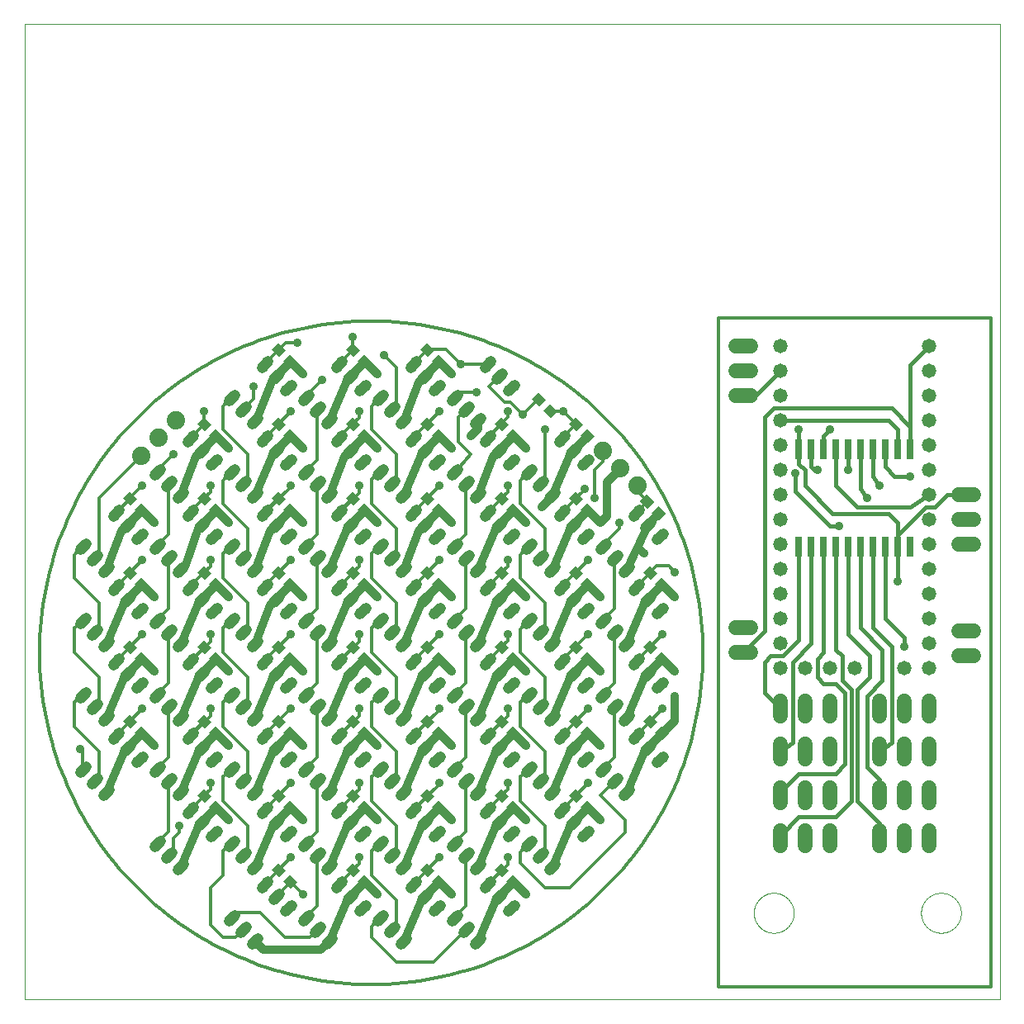
<source format=gtl>
G75*
%MOIN*%
%OFA0B0*%
%FSLAX25Y25*%
%IPPOS*%
%LPD*%
%AMOC8*
5,1,8,0,0,1.08239X$1,22.5*
%
%ADD10C,0.00000*%
%ADD11C,0.01200*%
%ADD12R,0.04331X0.03937*%
%ADD13C,0.04331*%
%ADD14C,0.07400*%
%ADD15C,0.05800*%
%ADD16R,0.02600X0.08000*%
%ADD17C,0.06000*%
%ADD18C,0.03200*%
%ADD19C,0.03562*%
%ADD20C,0.01600*%
D10*
X0001000Y0001000D02*
X0001000Y0394701D01*
X0394701Y0394701D01*
X0394701Y0001000D01*
X0001000Y0001000D01*
X0295429Y0036000D02*
X0295431Y0036198D01*
X0295439Y0036396D01*
X0295451Y0036594D01*
X0295468Y0036791D01*
X0295490Y0036988D01*
X0295516Y0037184D01*
X0295548Y0037380D01*
X0295584Y0037575D01*
X0295625Y0037768D01*
X0295671Y0037961D01*
X0295721Y0038153D01*
X0295777Y0038343D01*
X0295836Y0038532D01*
X0295901Y0038719D01*
X0295970Y0038905D01*
X0296043Y0039089D01*
X0296121Y0039271D01*
X0296204Y0039451D01*
X0296291Y0039629D01*
X0296382Y0039805D01*
X0296478Y0039978D01*
X0296577Y0040149D01*
X0296681Y0040318D01*
X0296789Y0040484D01*
X0296901Y0040647D01*
X0297017Y0040808D01*
X0297137Y0040966D01*
X0297261Y0041120D01*
X0297389Y0041272D01*
X0297520Y0041420D01*
X0297655Y0041565D01*
X0297793Y0041707D01*
X0297935Y0041845D01*
X0298080Y0041980D01*
X0298228Y0042111D01*
X0298380Y0042239D01*
X0298534Y0042363D01*
X0298692Y0042483D01*
X0298853Y0042599D01*
X0299016Y0042711D01*
X0299182Y0042819D01*
X0299351Y0042923D01*
X0299522Y0043022D01*
X0299695Y0043118D01*
X0299871Y0043209D01*
X0300049Y0043296D01*
X0300229Y0043379D01*
X0300411Y0043457D01*
X0300595Y0043530D01*
X0300781Y0043599D01*
X0300968Y0043664D01*
X0301157Y0043723D01*
X0301347Y0043779D01*
X0301539Y0043829D01*
X0301732Y0043875D01*
X0301925Y0043916D01*
X0302120Y0043952D01*
X0302316Y0043984D01*
X0302512Y0044010D01*
X0302709Y0044032D01*
X0302906Y0044049D01*
X0303104Y0044061D01*
X0303302Y0044069D01*
X0303500Y0044071D01*
X0303698Y0044069D01*
X0303896Y0044061D01*
X0304094Y0044049D01*
X0304291Y0044032D01*
X0304488Y0044010D01*
X0304684Y0043984D01*
X0304880Y0043952D01*
X0305075Y0043916D01*
X0305268Y0043875D01*
X0305461Y0043829D01*
X0305653Y0043779D01*
X0305843Y0043723D01*
X0306032Y0043664D01*
X0306219Y0043599D01*
X0306405Y0043530D01*
X0306589Y0043457D01*
X0306771Y0043379D01*
X0306951Y0043296D01*
X0307129Y0043209D01*
X0307305Y0043118D01*
X0307478Y0043022D01*
X0307649Y0042923D01*
X0307818Y0042819D01*
X0307984Y0042711D01*
X0308147Y0042599D01*
X0308308Y0042483D01*
X0308466Y0042363D01*
X0308620Y0042239D01*
X0308772Y0042111D01*
X0308920Y0041980D01*
X0309065Y0041845D01*
X0309207Y0041707D01*
X0309345Y0041565D01*
X0309480Y0041420D01*
X0309611Y0041272D01*
X0309739Y0041120D01*
X0309863Y0040966D01*
X0309983Y0040808D01*
X0310099Y0040647D01*
X0310211Y0040484D01*
X0310319Y0040318D01*
X0310423Y0040149D01*
X0310522Y0039978D01*
X0310618Y0039805D01*
X0310709Y0039629D01*
X0310796Y0039451D01*
X0310879Y0039271D01*
X0310957Y0039089D01*
X0311030Y0038905D01*
X0311099Y0038719D01*
X0311164Y0038532D01*
X0311223Y0038343D01*
X0311279Y0038153D01*
X0311329Y0037961D01*
X0311375Y0037768D01*
X0311416Y0037575D01*
X0311452Y0037380D01*
X0311484Y0037184D01*
X0311510Y0036988D01*
X0311532Y0036791D01*
X0311549Y0036594D01*
X0311561Y0036396D01*
X0311569Y0036198D01*
X0311571Y0036000D01*
X0311569Y0035802D01*
X0311561Y0035604D01*
X0311549Y0035406D01*
X0311532Y0035209D01*
X0311510Y0035012D01*
X0311484Y0034816D01*
X0311452Y0034620D01*
X0311416Y0034425D01*
X0311375Y0034232D01*
X0311329Y0034039D01*
X0311279Y0033847D01*
X0311223Y0033657D01*
X0311164Y0033468D01*
X0311099Y0033281D01*
X0311030Y0033095D01*
X0310957Y0032911D01*
X0310879Y0032729D01*
X0310796Y0032549D01*
X0310709Y0032371D01*
X0310618Y0032195D01*
X0310522Y0032022D01*
X0310423Y0031851D01*
X0310319Y0031682D01*
X0310211Y0031516D01*
X0310099Y0031353D01*
X0309983Y0031192D01*
X0309863Y0031034D01*
X0309739Y0030880D01*
X0309611Y0030728D01*
X0309480Y0030580D01*
X0309345Y0030435D01*
X0309207Y0030293D01*
X0309065Y0030155D01*
X0308920Y0030020D01*
X0308772Y0029889D01*
X0308620Y0029761D01*
X0308466Y0029637D01*
X0308308Y0029517D01*
X0308147Y0029401D01*
X0307984Y0029289D01*
X0307818Y0029181D01*
X0307649Y0029077D01*
X0307478Y0028978D01*
X0307305Y0028882D01*
X0307129Y0028791D01*
X0306951Y0028704D01*
X0306771Y0028621D01*
X0306589Y0028543D01*
X0306405Y0028470D01*
X0306219Y0028401D01*
X0306032Y0028336D01*
X0305843Y0028277D01*
X0305653Y0028221D01*
X0305461Y0028171D01*
X0305268Y0028125D01*
X0305075Y0028084D01*
X0304880Y0028048D01*
X0304684Y0028016D01*
X0304488Y0027990D01*
X0304291Y0027968D01*
X0304094Y0027951D01*
X0303896Y0027939D01*
X0303698Y0027931D01*
X0303500Y0027929D01*
X0303302Y0027931D01*
X0303104Y0027939D01*
X0302906Y0027951D01*
X0302709Y0027968D01*
X0302512Y0027990D01*
X0302316Y0028016D01*
X0302120Y0028048D01*
X0301925Y0028084D01*
X0301732Y0028125D01*
X0301539Y0028171D01*
X0301347Y0028221D01*
X0301157Y0028277D01*
X0300968Y0028336D01*
X0300781Y0028401D01*
X0300595Y0028470D01*
X0300411Y0028543D01*
X0300229Y0028621D01*
X0300049Y0028704D01*
X0299871Y0028791D01*
X0299695Y0028882D01*
X0299522Y0028978D01*
X0299351Y0029077D01*
X0299182Y0029181D01*
X0299016Y0029289D01*
X0298853Y0029401D01*
X0298692Y0029517D01*
X0298534Y0029637D01*
X0298380Y0029761D01*
X0298228Y0029889D01*
X0298080Y0030020D01*
X0297935Y0030155D01*
X0297793Y0030293D01*
X0297655Y0030435D01*
X0297520Y0030580D01*
X0297389Y0030728D01*
X0297261Y0030880D01*
X0297137Y0031034D01*
X0297017Y0031192D01*
X0296901Y0031353D01*
X0296789Y0031516D01*
X0296681Y0031682D01*
X0296577Y0031851D01*
X0296478Y0032022D01*
X0296382Y0032195D01*
X0296291Y0032371D01*
X0296204Y0032549D01*
X0296121Y0032729D01*
X0296043Y0032911D01*
X0295970Y0033095D01*
X0295901Y0033281D01*
X0295836Y0033468D01*
X0295777Y0033657D01*
X0295721Y0033847D01*
X0295671Y0034039D01*
X0295625Y0034232D01*
X0295584Y0034425D01*
X0295548Y0034620D01*
X0295516Y0034816D01*
X0295490Y0035012D01*
X0295468Y0035209D01*
X0295451Y0035406D01*
X0295439Y0035604D01*
X0295431Y0035802D01*
X0295429Y0036000D01*
X0362929Y0036000D02*
X0362931Y0036198D01*
X0362939Y0036396D01*
X0362951Y0036594D01*
X0362968Y0036791D01*
X0362990Y0036988D01*
X0363016Y0037184D01*
X0363048Y0037380D01*
X0363084Y0037575D01*
X0363125Y0037768D01*
X0363171Y0037961D01*
X0363221Y0038153D01*
X0363277Y0038343D01*
X0363336Y0038532D01*
X0363401Y0038719D01*
X0363470Y0038905D01*
X0363543Y0039089D01*
X0363621Y0039271D01*
X0363704Y0039451D01*
X0363791Y0039629D01*
X0363882Y0039805D01*
X0363978Y0039978D01*
X0364077Y0040149D01*
X0364181Y0040318D01*
X0364289Y0040484D01*
X0364401Y0040647D01*
X0364517Y0040808D01*
X0364637Y0040966D01*
X0364761Y0041120D01*
X0364889Y0041272D01*
X0365020Y0041420D01*
X0365155Y0041565D01*
X0365293Y0041707D01*
X0365435Y0041845D01*
X0365580Y0041980D01*
X0365728Y0042111D01*
X0365880Y0042239D01*
X0366034Y0042363D01*
X0366192Y0042483D01*
X0366353Y0042599D01*
X0366516Y0042711D01*
X0366682Y0042819D01*
X0366851Y0042923D01*
X0367022Y0043022D01*
X0367195Y0043118D01*
X0367371Y0043209D01*
X0367549Y0043296D01*
X0367729Y0043379D01*
X0367911Y0043457D01*
X0368095Y0043530D01*
X0368281Y0043599D01*
X0368468Y0043664D01*
X0368657Y0043723D01*
X0368847Y0043779D01*
X0369039Y0043829D01*
X0369232Y0043875D01*
X0369425Y0043916D01*
X0369620Y0043952D01*
X0369816Y0043984D01*
X0370012Y0044010D01*
X0370209Y0044032D01*
X0370406Y0044049D01*
X0370604Y0044061D01*
X0370802Y0044069D01*
X0371000Y0044071D01*
X0371198Y0044069D01*
X0371396Y0044061D01*
X0371594Y0044049D01*
X0371791Y0044032D01*
X0371988Y0044010D01*
X0372184Y0043984D01*
X0372380Y0043952D01*
X0372575Y0043916D01*
X0372768Y0043875D01*
X0372961Y0043829D01*
X0373153Y0043779D01*
X0373343Y0043723D01*
X0373532Y0043664D01*
X0373719Y0043599D01*
X0373905Y0043530D01*
X0374089Y0043457D01*
X0374271Y0043379D01*
X0374451Y0043296D01*
X0374629Y0043209D01*
X0374805Y0043118D01*
X0374978Y0043022D01*
X0375149Y0042923D01*
X0375318Y0042819D01*
X0375484Y0042711D01*
X0375647Y0042599D01*
X0375808Y0042483D01*
X0375966Y0042363D01*
X0376120Y0042239D01*
X0376272Y0042111D01*
X0376420Y0041980D01*
X0376565Y0041845D01*
X0376707Y0041707D01*
X0376845Y0041565D01*
X0376980Y0041420D01*
X0377111Y0041272D01*
X0377239Y0041120D01*
X0377363Y0040966D01*
X0377483Y0040808D01*
X0377599Y0040647D01*
X0377711Y0040484D01*
X0377819Y0040318D01*
X0377923Y0040149D01*
X0378022Y0039978D01*
X0378118Y0039805D01*
X0378209Y0039629D01*
X0378296Y0039451D01*
X0378379Y0039271D01*
X0378457Y0039089D01*
X0378530Y0038905D01*
X0378599Y0038719D01*
X0378664Y0038532D01*
X0378723Y0038343D01*
X0378779Y0038153D01*
X0378829Y0037961D01*
X0378875Y0037768D01*
X0378916Y0037575D01*
X0378952Y0037380D01*
X0378984Y0037184D01*
X0379010Y0036988D01*
X0379032Y0036791D01*
X0379049Y0036594D01*
X0379061Y0036396D01*
X0379069Y0036198D01*
X0379071Y0036000D01*
X0379069Y0035802D01*
X0379061Y0035604D01*
X0379049Y0035406D01*
X0379032Y0035209D01*
X0379010Y0035012D01*
X0378984Y0034816D01*
X0378952Y0034620D01*
X0378916Y0034425D01*
X0378875Y0034232D01*
X0378829Y0034039D01*
X0378779Y0033847D01*
X0378723Y0033657D01*
X0378664Y0033468D01*
X0378599Y0033281D01*
X0378530Y0033095D01*
X0378457Y0032911D01*
X0378379Y0032729D01*
X0378296Y0032549D01*
X0378209Y0032371D01*
X0378118Y0032195D01*
X0378022Y0032022D01*
X0377923Y0031851D01*
X0377819Y0031682D01*
X0377711Y0031516D01*
X0377599Y0031353D01*
X0377483Y0031192D01*
X0377363Y0031034D01*
X0377239Y0030880D01*
X0377111Y0030728D01*
X0376980Y0030580D01*
X0376845Y0030435D01*
X0376707Y0030293D01*
X0376565Y0030155D01*
X0376420Y0030020D01*
X0376272Y0029889D01*
X0376120Y0029761D01*
X0375966Y0029637D01*
X0375808Y0029517D01*
X0375647Y0029401D01*
X0375484Y0029289D01*
X0375318Y0029181D01*
X0375149Y0029077D01*
X0374978Y0028978D01*
X0374805Y0028882D01*
X0374629Y0028791D01*
X0374451Y0028704D01*
X0374271Y0028621D01*
X0374089Y0028543D01*
X0373905Y0028470D01*
X0373719Y0028401D01*
X0373532Y0028336D01*
X0373343Y0028277D01*
X0373153Y0028221D01*
X0372961Y0028171D01*
X0372768Y0028125D01*
X0372575Y0028084D01*
X0372380Y0028048D01*
X0372184Y0028016D01*
X0371988Y0027990D01*
X0371791Y0027968D01*
X0371594Y0027951D01*
X0371396Y0027939D01*
X0371198Y0027931D01*
X0371000Y0027929D01*
X0370802Y0027931D01*
X0370604Y0027939D01*
X0370406Y0027951D01*
X0370209Y0027968D01*
X0370012Y0027990D01*
X0369816Y0028016D01*
X0369620Y0028048D01*
X0369425Y0028084D01*
X0369232Y0028125D01*
X0369039Y0028171D01*
X0368847Y0028221D01*
X0368657Y0028277D01*
X0368468Y0028336D01*
X0368281Y0028401D01*
X0368095Y0028470D01*
X0367911Y0028543D01*
X0367729Y0028621D01*
X0367549Y0028704D01*
X0367371Y0028791D01*
X0367195Y0028882D01*
X0367022Y0028978D01*
X0366851Y0029077D01*
X0366682Y0029181D01*
X0366516Y0029289D01*
X0366353Y0029401D01*
X0366192Y0029517D01*
X0366034Y0029637D01*
X0365880Y0029761D01*
X0365728Y0029889D01*
X0365580Y0030020D01*
X0365435Y0030155D01*
X0365293Y0030293D01*
X0365155Y0030435D01*
X0365020Y0030580D01*
X0364889Y0030728D01*
X0364761Y0030880D01*
X0364637Y0031034D01*
X0364517Y0031192D01*
X0364401Y0031353D01*
X0364289Y0031516D01*
X0364181Y0031682D01*
X0364077Y0031851D01*
X0363978Y0032022D01*
X0363882Y0032195D01*
X0363791Y0032371D01*
X0363704Y0032549D01*
X0363621Y0032729D01*
X0363543Y0032911D01*
X0363470Y0033095D01*
X0363401Y0033281D01*
X0363336Y0033468D01*
X0363277Y0033657D01*
X0363221Y0033847D01*
X0363171Y0034039D01*
X0363125Y0034232D01*
X0363084Y0034425D01*
X0363048Y0034620D01*
X0363016Y0034816D01*
X0362990Y0035012D01*
X0362968Y0035209D01*
X0362951Y0035406D01*
X0362939Y0035604D01*
X0362931Y0035802D01*
X0362929Y0036000D01*
D11*
X0391000Y0006000D02*
X0281000Y0006000D01*
X0281000Y0276000D01*
X0391000Y0276000D01*
X0391000Y0006000D01*
X0258500Y0108500D02*
X0258366Y0108634D01*
X0258366Y0108366D01*
X0253634Y0113099D02*
X0253634Y0113366D01*
X0258500Y0118233D01*
X0258500Y0118500D01*
X0253634Y0113099D02*
X0247949Y0107414D01*
X0239319Y0098784D02*
X0239319Y0119319D01*
X0234586Y0124051D02*
X0239319Y0128784D01*
X0239319Y0149319D01*
X0234586Y0154051D02*
X0239319Y0158784D01*
X0239319Y0179319D01*
X0234586Y0184051D02*
X0234586Y0184586D01*
X0241000Y0191000D01*
X0241000Y0193500D01*
X0247949Y0197414D02*
X0248634Y0198099D01*
X0252384Y0202116D01*
X0248500Y0206000D01*
X0248500Y0208500D01*
X0234358Y0218108D02*
X0234358Y0222642D01*
X0234358Y0218108D02*
X0231000Y0214750D01*
X0231000Y0203500D01*
X0227250Y0207250D02*
X0226000Y0205733D01*
X0223634Y0203366D01*
X0223634Y0203099D01*
X0217949Y0197414D01*
X0211000Y0191000D02*
X0211000Y0181000D01*
X0209319Y0179319D01*
X0204586Y0184051D02*
X0201000Y0180465D01*
X0201000Y0171000D01*
X0211000Y0161000D01*
X0211000Y0151000D01*
X0209319Y0149319D01*
X0204586Y0154051D02*
X0201000Y0150465D01*
X0201000Y0141000D01*
X0211000Y0131000D01*
X0211000Y0121000D01*
X0209319Y0119319D01*
X0204586Y0124051D02*
X0204035Y0123500D01*
X0201000Y0121000D01*
X0201000Y0111000D01*
X0211000Y0101000D01*
X0211000Y0091000D01*
X0209319Y0089319D01*
X0204586Y0094051D02*
X0201535Y0091000D01*
X0201000Y0091000D01*
X0201000Y0081000D01*
X0211000Y0071000D01*
X0211000Y0061000D01*
X0209319Y0059319D01*
X0204586Y0064051D02*
X0201000Y0060465D01*
X0201000Y0056000D01*
X0211000Y0046000D01*
X0221000Y0046000D01*
X0243500Y0068500D01*
X0243500Y0073500D01*
X0233500Y0083500D01*
X0239319Y0089319D01*
X0234586Y0094051D02*
X0239319Y0098784D01*
X0233500Y0103500D02*
X0233500Y0103500D01*
X0228366Y0108366D02*
X0228366Y0108634D01*
X0223634Y0113099D02*
X0223634Y0113366D01*
X0228500Y0118233D01*
X0228500Y0118500D01*
X0223634Y0113099D02*
X0217949Y0107414D01*
X0203500Y0103500D02*
X0203500Y0103500D01*
X0198366Y0108366D02*
X0198366Y0108634D01*
X0193634Y0113099D02*
X0193634Y0113366D01*
X0193634Y0113099D02*
X0187949Y0107414D01*
X0196000Y0115465D01*
X0196000Y0118500D01*
X0179319Y0119319D02*
X0179319Y0098784D01*
X0174586Y0094051D01*
X0179319Y0089319D02*
X0179319Y0068784D01*
X0174586Y0064051D01*
X0179319Y0059319D02*
X0179319Y0038784D01*
X0174586Y0034051D01*
X0179319Y0029319D02*
X0166000Y0016000D01*
X0151000Y0016000D01*
X0141000Y0026000D01*
X0141000Y0030465D01*
X0144586Y0034051D01*
X0149319Y0029319D02*
X0151000Y0031000D01*
X0151000Y0041000D01*
X0141000Y0051000D01*
X0141000Y0061000D01*
X0144035Y0063500D01*
X0144586Y0064051D01*
X0149319Y0059319D02*
X0151000Y0061000D01*
X0151000Y0071000D01*
X0141000Y0081000D01*
X0141000Y0091000D01*
X0141535Y0091000D01*
X0144586Y0094051D01*
X0149319Y0089319D02*
X0151000Y0091000D01*
X0151000Y0101000D01*
X0141000Y0111000D01*
X0141000Y0121000D01*
X0141535Y0121000D01*
X0144586Y0124051D01*
X0149319Y0119319D02*
X0151000Y0121000D01*
X0151000Y0131000D01*
X0141000Y0141000D01*
X0007142Y0141000D02*
X0007182Y0144285D01*
X0007303Y0147568D01*
X0007505Y0150847D01*
X0007787Y0154120D01*
X0008149Y0157386D01*
X0008591Y0160641D01*
X0009113Y0163885D01*
X0009714Y0167114D01*
X0010394Y0170328D01*
X0011154Y0173525D01*
X0011991Y0176702D01*
X0012906Y0179857D01*
X0013898Y0182989D01*
X0014967Y0186095D01*
X0016111Y0189175D01*
X0017331Y0192225D01*
X0018626Y0195245D01*
X0019994Y0198232D01*
X0021435Y0201184D01*
X0022948Y0204100D01*
X0024532Y0206978D01*
X0026186Y0209817D01*
X0027910Y0212614D01*
X0029701Y0215368D01*
X0031560Y0218077D01*
X0033484Y0220739D01*
X0035474Y0223354D01*
X0037526Y0225919D01*
X0039642Y0228432D01*
X0041818Y0230894D01*
X0044054Y0233301D01*
X0046348Y0235652D01*
X0048699Y0237946D01*
X0051106Y0240182D01*
X0053568Y0242358D01*
X0056081Y0244474D01*
X0058646Y0246526D01*
X0061261Y0248516D01*
X0063923Y0250440D01*
X0066632Y0252299D01*
X0069386Y0254090D01*
X0072183Y0255814D01*
X0075022Y0257468D01*
X0077900Y0259052D01*
X0080816Y0260565D01*
X0083768Y0262006D01*
X0086755Y0263374D01*
X0089775Y0264669D01*
X0092825Y0265889D01*
X0095905Y0267033D01*
X0099011Y0268102D01*
X0102143Y0269094D01*
X0105298Y0270009D01*
X0108475Y0270846D01*
X0111672Y0271606D01*
X0114886Y0272286D01*
X0118115Y0272887D01*
X0121359Y0273409D01*
X0124614Y0273851D01*
X0127880Y0274213D01*
X0131153Y0274495D01*
X0134432Y0274697D01*
X0137715Y0274818D01*
X0141000Y0274858D01*
X0144285Y0274818D01*
X0147568Y0274697D01*
X0150847Y0274495D01*
X0154120Y0274213D01*
X0157386Y0273851D01*
X0160641Y0273409D01*
X0163885Y0272887D01*
X0167114Y0272286D01*
X0170328Y0271606D01*
X0173525Y0270846D01*
X0176702Y0270009D01*
X0179857Y0269094D01*
X0182989Y0268102D01*
X0186095Y0267033D01*
X0189175Y0265889D01*
X0192225Y0264669D01*
X0195245Y0263374D01*
X0198232Y0262006D01*
X0201184Y0260565D01*
X0204100Y0259052D01*
X0206978Y0257468D01*
X0209817Y0255814D01*
X0212614Y0254090D01*
X0215368Y0252299D01*
X0218077Y0250440D01*
X0220739Y0248516D01*
X0223354Y0246526D01*
X0225919Y0244474D01*
X0228432Y0242358D01*
X0230894Y0240182D01*
X0233301Y0237946D01*
X0235652Y0235652D01*
X0237946Y0233301D01*
X0240182Y0230894D01*
X0242358Y0228432D01*
X0244474Y0225919D01*
X0246526Y0223354D01*
X0248516Y0220739D01*
X0250440Y0218077D01*
X0252299Y0215368D01*
X0254090Y0212614D01*
X0255814Y0209817D01*
X0257468Y0206978D01*
X0259052Y0204100D01*
X0260565Y0201184D01*
X0262006Y0198232D01*
X0263374Y0195245D01*
X0264669Y0192225D01*
X0265889Y0189175D01*
X0267033Y0186095D01*
X0268102Y0182989D01*
X0269094Y0179857D01*
X0270009Y0176702D01*
X0270846Y0173525D01*
X0271606Y0170328D01*
X0272286Y0167114D01*
X0272887Y0163885D01*
X0273409Y0160641D01*
X0273851Y0157386D01*
X0274213Y0154120D01*
X0274495Y0150847D01*
X0274697Y0147568D01*
X0274818Y0144285D01*
X0274858Y0141000D01*
X0274818Y0137715D01*
X0274697Y0134432D01*
X0274495Y0131153D01*
X0274213Y0127880D01*
X0273851Y0124614D01*
X0273409Y0121359D01*
X0272887Y0118115D01*
X0272286Y0114886D01*
X0271606Y0111672D01*
X0270846Y0108475D01*
X0270009Y0105298D01*
X0269094Y0102143D01*
X0268102Y0099011D01*
X0267033Y0095905D01*
X0265889Y0092825D01*
X0264669Y0089775D01*
X0263374Y0086755D01*
X0262006Y0083768D01*
X0260565Y0080816D01*
X0259052Y0077900D01*
X0257468Y0075022D01*
X0255814Y0072183D01*
X0254090Y0069386D01*
X0252299Y0066632D01*
X0250440Y0063923D01*
X0248516Y0061261D01*
X0246526Y0058646D01*
X0244474Y0056081D01*
X0242358Y0053568D01*
X0240182Y0051106D01*
X0237946Y0048699D01*
X0235652Y0046348D01*
X0233301Y0044054D01*
X0230894Y0041818D01*
X0228432Y0039642D01*
X0225919Y0037526D01*
X0223354Y0035474D01*
X0220739Y0033484D01*
X0218077Y0031560D01*
X0215368Y0029701D01*
X0212614Y0027910D01*
X0209817Y0026186D01*
X0206978Y0024532D01*
X0204100Y0022948D01*
X0201184Y0021435D01*
X0198232Y0019994D01*
X0195245Y0018626D01*
X0192225Y0017331D01*
X0189175Y0016111D01*
X0186095Y0014967D01*
X0182989Y0013898D01*
X0179857Y0012906D01*
X0176702Y0011991D01*
X0173525Y0011154D01*
X0170328Y0010394D01*
X0167114Y0009714D01*
X0163885Y0009113D01*
X0160641Y0008591D01*
X0157386Y0008149D01*
X0154120Y0007787D01*
X0150847Y0007505D01*
X0147568Y0007303D01*
X0144285Y0007182D01*
X0141000Y0007142D01*
X0137715Y0007182D01*
X0134432Y0007303D01*
X0131153Y0007505D01*
X0127880Y0007787D01*
X0124614Y0008149D01*
X0121359Y0008591D01*
X0118115Y0009113D01*
X0114886Y0009714D01*
X0111672Y0010394D01*
X0108475Y0011154D01*
X0105298Y0011991D01*
X0102143Y0012906D01*
X0099011Y0013898D01*
X0095905Y0014967D01*
X0092825Y0016111D01*
X0089775Y0017331D01*
X0086755Y0018626D01*
X0083768Y0019994D01*
X0080816Y0021435D01*
X0077900Y0022948D01*
X0075022Y0024532D01*
X0072183Y0026186D01*
X0069386Y0027910D01*
X0066632Y0029701D01*
X0063923Y0031560D01*
X0061261Y0033484D01*
X0058646Y0035474D01*
X0056081Y0037526D01*
X0053568Y0039642D01*
X0051106Y0041818D01*
X0048699Y0044054D01*
X0046348Y0046348D01*
X0044054Y0048699D01*
X0041818Y0051106D01*
X0039642Y0053568D01*
X0037526Y0056081D01*
X0035474Y0058646D01*
X0033484Y0061261D01*
X0031560Y0063923D01*
X0029701Y0066632D01*
X0027910Y0069386D01*
X0026186Y0072183D01*
X0024532Y0075022D01*
X0022948Y0077900D01*
X0021435Y0080816D01*
X0019994Y0083768D01*
X0018626Y0086755D01*
X0017331Y0089775D01*
X0016111Y0092825D01*
X0014967Y0095905D01*
X0013898Y0099011D01*
X0012906Y0102143D01*
X0011991Y0105298D01*
X0011154Y0108475D01*
X0010394Y0111672D01*
X0009714Y0114886D01*
X0009113Y0118115D01*
X0008591Y0121359D01*
X0008149Y0124614D01*
X0007787Y0127880D01*
X0007505Y0131153D01*
X0007303Y0134432D01*
X0007182Y0137715D01*
X0007142Y0141000D01*
X0021000Y0141000D02*
X0031000Y0131000D01*
X0031000Y0121000D01*
X0029319Y0119319D01*
X0024586Y0124051D02*
X0024035Y0123500D01*
X0021000Y0121000D01*
X0021000Y0111000D01*
X0031000Y0101000D01*
X0031000Y0091000D01*
X0029319Y0089319D01*
X0024586Y0094051D02*
X0024586Y0101164D01*
X0023500Y0102250D01*
X0037949Y0107414D02*
X0043634Y0113099D01*
X0043634Y0113366D01*
X0048500Y0118233D01*
X0048500Y0118500D01*
X0054586Y0124051D02*
X0059319Y0128784D01*
X0059319Y0149319D01*
X0054586Y0154051D02*
X0059319Y0158784D01*
X0059319Y0179319D01*
X0054586Y0184051D02*
X0059319Y0188784D01*
X0059319Y0209319D01*
X0054586Y0214051D02*
X0056000Y0215465D01*
X0056000Y0216000D01*
X0061000Y0221000D01*
X0067949Y0227414D02*
X0073634Y0233099D01*
X0073634Y0233366D01*
X0073634Y0233634D01*
X0073500Y0238500D01*
X0081000Y0240465D02*
X0081000Y0231000D01*
X0091000Y0221000D01*
X0091000Y0211000D01*
X0089319Y0209319D01*
X0084586Y0214051D02*
X0081000Y0210465D01*
X0081000Y0201000D01*
X0091000Y0191000D01*
X0091000Y0181000D01*
X0089319Y0179319D01*
X0084586Y0184051D02*
X0084035Y0183500D01*
X0081000Y0181000D01*
X0081000Y0171000D01*
X0091000Y0161000D01*
X0091000Y0151000D01*
X0089319Y0149319D01*
X0084586Y0154051D02*
X0084035Y0153500D01*
X0081000Y0151000D01*
X0081000Y0141000D01*
X0091000Y0131000D01*
X0091000Y0121000D01*
X0089319Y0119319D01*
X0084586Y0124051D02*
X0084035Y0123500D01*
X0081000Y0121000D01*
X0081000Y0111000D01*
X0091000Y0101000D01*
X0091000Y0091000D01*
X0089319Y0089319D01*
X0084586Y0094051D02*
X0081535Y0091000D01*
X0081000Y0091000D01*
X0081000Y0081000D01*
X0091000Y0071000D01*
X0091000Y0061000D01*
X0089319Y0059319D01*
X0084586Y0064051D02*
X0084035Y0063500D01*
X0081000Y0061000D01*
X0081000Y0051000D01*
X0076000Y0046000D01*
X0076000Y0031000D01*
X0081000Y0026000D01*
X0086000Y0026000D01*
X0089319Y0029319D01*
X0084586Y0034051D02*
X0086535Y0036000D01*
X0096000Y0036000D01*
X0106000Y0026000D01*
X0116000Y0026000D01*
X0119319Y0029319D01*
X0114586Y0034051D02*
X0119319Y0038784D01*
X0119319Y0059319D01*
X0114586Y0064051D02*
X0119319Y0068784D01*
X0119319Y0089319D01*
X0114586Y0094051D02*
X0119319Y0098784D01*
X0119319Y0119319D01*
X0114586Y0124051D02*
X0119319Y0128784D01*
X0119319Y0149319D01*
X0114586Y0154051D02*
X0119319Y0158784D01*
X0119319Y0179319D01*
X0114586Y0184051D02*
X0119319Y0188784D01*
X0119319Y0209319D01*
X0114586Y0214051D02*
X0119319Y0218784D01*
X0119319Y0239319D01*
X0114586Y0244051D02*
X0116000Y0245465D01*
X0116000Y0246000D01*
X0121000Y0251000D01*
X0127949Y0257414D02*
X0133634Y0263099D01*
X0133634Y0263366D01*
X0133634Y0268366D01*
X0133500Y0268500D01*
X0138366Y0258634D02*
X0138366Y0258366D01*
X0138634Y0258366D01*
X0146000Y0261000D02*
X0151000Y0256000D01*
X0151000Y0241000D01*
X0149319Y0239319D01*
X0144586Y0244051D02*
X0141000Y0240465D01*
X0141000Y0231000D01*
X0151000Y0221000D01*
X0151000Y0211000D01*
X0149319Y0209319D01*
X0144586Y0214051D02*
X0144035Y0213500D01*
X0141000Y0211000D01*
X0141000Y0201000D01*
X0151000Y0191000D01*
X0151000Y0181000D01*
X0149319Y0179319D01*
X0144586Y0184051D02*
X0145285Y0184750D01*
X0141000Y0181000D01*
X0141000Y0171000D01*
X0151000Y0161000D01*
X0151000Y0151000D01*
X0149319Y0149319D01*
X0144586Y0154051D02*
X0144035Y0153500D01*
X0141000Y0151000D01*
X0141000Y0141000D01*
X0138366Y0138634D02*
X0138366Y0138366D01*
X0143500Y0133500D02*
X0143500Y0133500D01*
X0133634Y0143099D02*
X0133634Y0143366D01*
X0133634Y0143099D02*
X0127949Y0137414D01*
X0136000Y0145465D01*
X0136000Y0148500D01*
X0143500Y0163500D02*
X0143500Y0163500D01*
X0138366Y0168366D02*
X0138366Y0168634D01*
X0133634Y0173099D02*
X0133634Y0173366D01*
X0136000Y0175733D01*
X0136000Y0178500D01*
X0133634Y0173099D02*
X0127949Y0167414D01*
X0108500Y0178233D02*
X0108500Y0178500D01*
X0108500Y0178233D02*
X0103634Y0173366D01*
X0097949Y0167681D01*
X0097949Y0167414D01*
X0102681Y0162949D02*
X0102681Y0162681D01*
X0108500Y0148500D02*
X0108500Y0148233D01*
X0103634Y0143366D01*
X0097949Y0137681D01*
X0097949Y0137414D01*
X0094051Y0144051D02*
X0094051Y0144586D01*
X0083500Y0133500D02*
X0083500Y0133500D01*
X0078366Y0138366D02*
X0078366Y0138634D01*
X0076000Y0145465D02*
X0076000Y0148500D01*
X0076000Y0145465D02*
X0067949Y0137414D01*
X0073634Y0143099D01*
X0073634Y0143366D01*
X0067949Y0167414D02*
X0067949Y0167681D01*
X0073634Y0173366D01*
X0076000Y0175733D01*
X0076000Y0178500D01*
X0066000Y0176535D02*
X0064051Y0174586D01*
X0078366Y0168634D02*
X0078366Y0168366D01*
X0102681Y0192681D02*
X0102681Y0192949D01*
X0097949Y0197414D02*
X0108500Y0207965D01*
X0108500Y0208500D01*
X0103634Y0203366D02*
X0097949Y0197681D01*
X0097949Y0197414D01*
X0078366Y0198366D02*
X0078366Y0198634D01*
X0073634Y0203366D02*
X0076000Y0205733D01*
X0076000Y0208500D01*
X0073634Y0203366D02*
X0067949Y0197681D01*
X0067949Y0197414D01*
X0048500Y0208500D02*
X0043500Y0203500D01*
X0043634Y0203366D01*
X0043500Y0203500D02*
X0043500Y0202965D01*
X0037949Y0197414D01*
X0042681Y0192949D02*
X0042681Y0192681D01*
X0048500Y0178500D02*
X0048500Y0178233D01*
X0043634Y0173366D01*
X0043634Y0173099D01*
X0037949Y0167414D01*
X0042681Y0162949D02*
X0042681Y0162681D01*
X0048366Y0168366D02*
X0048366Y0168634D01*
X0031000Y0161000D02*
X0031000Y0151000D01*
X0029319Y0149319D01*
X0024586Y0154051D02*
X0021535Y0151000D01*
X0021000Y0151000D01*
X0021000Y0141000D01*
X0037949Y0137414D02*
X0043634Y0143099D01*
X0043634Y0143366D01*
X0048500Y0148233D01*
X0048500Y0148500D01*
X0042681Y0132949D02*
X0042681Y0132681D01*
X0059319Y0119319D02*
X0059319Y0098784D01*
X0054586Y0094051D01*
X0059319Y0089319D02*
X0059319Y0068784D01*
X0054586Y0064051D01*
X0059319Y0059319D02*
X0061000Y0061000D01*
X0061000Y0066000D01*
X0063500Y0068500D01*
X0063500Y0071000D01*
X0067949Y0077414D02*
X0073634Y0083099D01*
X0073634Y0083366D01*
X0076000Y0085733D01*
X0076000Y0088500D01*
X0072681Y0102681D02*
X0072681Y0102949D01*
X0067949Y0107414D02*
X0076000Y0115465D01*
X0076000Y0118500D01*
X0073634Y0113366D02*
X0067949Y0107681D01*
X0067949Y0107414D01*
X0042681Y0102949D02*
X0042681Y0102681D01*
X0072681Y0072949D02*
X0072681Y0072681D01*
X0097949Y0077414D02*
X0103634Y0083099D01*
X0103634Y0083366D01*
X0108500Y0088233D01*
X0108500Y0088500D01*
X0113500Y0103500D02*
X0113500Y0103500D01*
X0108366Y0108366D02*
X0108366Y0108634D01*
X0103634Y0113366D02*
X0103366Y0113366D01*
X0108500Y0118500D01*
X0103366Y0113366D02*
X0098500Y0108500D01*
X0098500Y0107965D01*
X0097949Y0107414D01*
X0113500Y0133500D02*
X0113500Y0133500D01*
X0108366Y0138366D02*
X0108366Y0138634D01*
X0136000Y0118500D02*
X0136000Y0115465D01*
X0127949Y0107414D01*
X0133634Y0113099D01*
X0133634Y0113366D01*
X0138366Y0108634D02*
X0138366Y0108366D01*
X0143500Y0103500D02*
X0143500Y0103500D01*
X0157949Y0107414D02*
X0168500Y0117965D01*
X0168500Y0118500D01*
X0163634Y0113366D02*
X0163634Y0113099D01*
X0157949Y0107414D01*
X0168366Y0108366D02*
X0168366Y0108634D01*
X0173500Y0103500D02*
X0173500Y0103500D01*
X0168500Y0088500D02*
X0168500Y0087965D01*
X0157949Y0077414D01*
X0163634Y0083099D01*
X0163634Y0083366D01*
X0168366Y0078634D02*
X0168366Y0078366D01*
X0173500Y0073500D02*
X0173500Y0073500D01*
X0187949Y0077414D02*
X0193634Y0083099D01*
X0193634Y0083366D01*
X0196000Y0085733D01*
X0196000Y0088500D01*
X0198366Y0078634D02*
X0198366Y0078366D01*
X0203500Y0073500D02*
X0203500Y0073500D01*
X0217949Y0077414D02*
X0223634Y0083099D01*
X0223634Y0083366D01*
X0228500Y0088233D01*
X0228500Y0088500D01*
X0228366Y0078634D02*
X0228366Y0078366D01*
X0233500Y0073500D02*
X0233500Y0073500D01*
X0196000Y0058500D02*
X0196000Y0055465D01*
X0187949Y0047414D01*
X0193634Y0053099D01*
X0193634Y0053366D01*
X0192681Y0042949D02*
X0192681Y0042681D01*
X0168500Y0058233D02*
X0168500Y0058500D01*
X0168500Y0058233D02*
X0163634Y0053366D01*
X0163634Y0053099D01*
X0157949Y0047414D01*
X0162681Y0042949D02*
X0162681Y0042681D01*
X0143500Y0043500D02*
X0143500Y0043500D01*
X0132681Y0042949D02*
X0132681Y0042681D01*
X0127949Y0047414D02*
X0133634Y0053099D01*
X0133634Y0053366D01*
X0136000Y0055733D01*
X0136000Y0058500D01*
X0132681Y0072681D02*
X0132681Y0072949D01*
X0127949Y0077414D02*
X0133634Y0083099D01*
X0133634Y0083366D01*
X0136000Y0085733D01*
X0136000Y0088500D01*
X0108500Y0058500D02*
X0108500Y0058233D01*
X0103634Y0053366D01*
X0103634Y0053099D01*
X0097949Y0047414D01*
X0102681Y0042949D02*
X0108366Y0048634D01*
X0113500Y0043500D01*
X0102681Y0042949D02*
X0102681Y0042681D01*
X0102681Y0072681D02*
X0102681Y0072949D01*
X0157949Y0137414D02*
X0163634Y0143099D01*
X0163634Y0143366D01*
X0168500Y0148233D01*
X0168500Y0148500D01*
X0174586Y0154051D02*
X0179319Y0158784D01*
X0179319Y0179319D01*
X0174586Y0184051D02*
X0179319Y0188784D01*
X0179319Y0209319D01*
X0174586Y0214051D02*
X0176819Y0216284D01*
X0181000Y0221000D01*
X0176000Y0226000D01*
X0176000Y0236000D01*
X0179319Y0239319D01*
X0174586Y0244051D02*
X0176000Y0245465D01*
X0176535Y0246000D01*
X0183500Y0246000D01*
X0188500Y0248500D02*
X0194750Y0242250D01*
X0197250Y0242250D01*
X0202250Y0237250D01*
X0208500Y0243500D01*
X0208233Y0243500D01*
X0208634Y0243366D01*
X0213366Y0238634D02*
X0218366Y0238634D01*
X0218500Y0238500D01*
X0223634Y0233366D01*
X0223634Y0233099D01*
X0217949Y0227414D01*
X0211000Y0231000D02*
X0211000Y0211000D01*
X0209319Y0209319D01*
X0204586Y0214051D02*
X0201000Y0210465D01*
X0201000Y0201000D01*
X0211000Y0191000D01*
X0203500Y0193500D02*
X0203500Y0193500D01*
X0198366Y0198366D02*
X0198366Y0198634D01*
X0193634Y0203099D02*
X0193634Y0203366D01*
X0196000Y0205733D01*
X0196000Y0208500D01*
X0193634Y0203099D02*
X0187949Y0197414D01*
X0173500Y0193500D02*
X0173500Y0193500D01*
X0168366Y0198366D02*
X0168366Y0198634D01*
X0163634Y0203099D02*
X0163634Y0203366D01*
X0168500Y0208233D01*
X0168500Y0208500D01*
X0163634Y0203099D02*
X0157949Y0197414D01*
X0143500Y0193500D02*
X0143500Y0193500D01*
X0138366Y0198366D02*
X0138366Y0198634D01*
X0133634Y0203366D02*
X0127949Y0197681D01*
X0127949Y0197414D01*
X0136000Y0205465D01*
X0136000Y0208500D01*
X0143500Y0223500D02*
X0143500Y0223500D01*
X0138366Y0228366D02*
X0138366Y0228634D01*
X0133634Y0233366D02*
X0127949Y0227681D01*
X0127949Y0227414D01*
X0133634Y0233366D02*
X0136000Y0235733D01*
X0136000Y0238500D01*
X0132681Y0252681D02*
X0132681Y0252949D01*
X0111000Y0266000D02*
X0106535Y0266000D01*
X0097949Y0257414D01*
X0103634Y0263099D01*
X0103634Y0263366D01*
X0102681Y0252949D02*
X0102681Y0252681D01*
X0093500Y0248500D02*
X0093500Y0243500D01*
X0089319Y0239319D01*
X0084586Y0244051D02*
X0081000Y0240465D01*
X0078366Y0228634D02*
X0078366Y0228366D01*
X0083500Y0223500D02*
X0083500Y0223500D01*
X0097949Y0227414D02*
X0103634Y0233099D01*
X0103634Y0233366D01*
X0108500Y0238233D01*
X0108500Y0238500D01*
X0094586Y0234586D02*
X0094051Y0234586D01*
X0102681Y0222949D02*
X0102681Y0222681D01*
X0113500Y0223500D02*
X0113500Y0223500D01*
X0157949Y0227414D02*
X0157949Y0227681D01*
X0163634Y0233366D01*
X0168500Y0238233D01*
X0168500Y0238500D01*
X0176000Y0245465D02*
X0176000Y0246000D01*
X0177086Y0257414D02*
X0171000Y0263500D01*
X0163500Y0263500D01*
X0163634Y0263366D01*
X0163634Y0263099D01*
X0157949Y0257414D01*
X0162681Y0252949D02*
X0162681Y0252681D01*
X0177086Y0257414D02*
X0187949Y0257414D01*
X0192681Y0252681D02*
X0188500Y0248500D01*
X0196000Y0238500D02*
X0196000Y0236000D01*
X0193500Y0233500D01*
X0193500Y0233233D01*
X0187949Y0227681D01*
X0187949Y0227414D01*
X0193500Y0233233D02*
X0193634Y0233366D01*
X0198366Y0228634D02*
X0198366Y0228366D01*
X0203500Y0223500D02*
X0203500Y0223500D01*
X0222681Y0222949D02*
X0222681Y0222681D01*
X0228366Y0198634D02*
X0228366Y0198366D01*
X0228500Y0178500D02*
X0228500Y0178233D01*
X0223634Y0173366D01*
X0217949Y0167681D01*
X0217949Y0167414D01*
X0228366Y0168366D02*
X0228366Y0168634D01*
X0247949Y0167414D02*
X0253634Y0173099D01*
X0253634Y0173366D01*
X0256267Y0176000D01*
X0261000Y0176000D01*
X0263500Y0173500D01*
X0258366Y0168634D02*
X0258366Y0168366D01*
X0263500Y0163500D02*
X0263500Y0163500D01*
X0258500Y0148500D02*
X0258500Y0148233D01*
X0253634Y0143366D01*
X0253634Y0143099D01*
X0247949Y0137414D01*
X0258366Y0138366D02*
X0258366Y0138634D01*
X0263500Y0133500D02*
X0263500Y0133500D01*
X0233500Y0133500D02*
X0233500Y0133500D01*
X0228366Y0138366D02*
X0228366Y0138634D01*
X0223634Y0143099D02*
X0223634Y0143366D01*
X0217949Y0137681D01*
X0217949Y0137414D01*
X0223634Y0143366D02*
X0223634Y0143634D01*
X0228500Y0148500D01*
X0203500Y0163500D02*
X0203500Y0163500D01*
X0198366Y0168366D02*
X0198366Y0168634D01*
X0193634Y0173099D02*
X0193634Y0173366D01*
X0196000Y0175733D01*
X0196000Y0178500D01*
X0193634Y0173099D02*
X0187949Y0167414D01*
X0173500Y0163500D02*
X0173500Y0163500D01*
X0168366Y0168366D02*
X0168366Y0168634D01*
X0163634Y0173099D02*
X0163634Y0173366D01*
X0168500Y0178233D01*
X0168500Y0178500D01*
X0163634Y0173099D02*
X0157949Y0167414D01*
X0179319Y0149319D02*
X0179319Y0128784D01*
X0174586Y0124051D01*
X0173500Y0133500D02*
X0173500Y0133500D01*
X0168366Y0138366D02*
X0168366Y0138634D01*
X0187949Y0137414D02*
X0193634Y0143099D01*
X0193634Y0143366D01*
X0196000Y0145733D01*
X0196000Y0148500D01*
X0162681Y0222681D02*
X0162681Y0222949D01*
X0048108Y0220608D02*
X0031000Y0203500D01*
X0031000Y0181000D01*
X0029319Y0179319D01*
X0024586Y0184051D02*
X0021000Y0180465D01*
X0021000Y0171000D01*
X0031000Y0161000D01*
D12*
G36*
X0043773Y0170444D02*
X0040712Y0173505D01*
X0043495Y0176288D01*
X0046556Y0173227D01*
X0043773Y0170444D01*
G37*
G36*
X0048505Y0165712D02*
X0045444Y0168773D01*
X0048227Y0171556D01*
X0051288Y0168495D01*
X0048505Y0165712D01*
G37*
G36*
X0043773Y0140444D02*
X0040712Y0143505D01*
X0043495Y0146288D01*
X0046556Y0143227D01*
X0043773Y0140444D01*
G37*
G36*
X0048505Y0135712D02*
X0045444Y0138773D01*
X0048227Y0141556D01*
X0051288Y0138495D01*
X0048505Y0135712D01*
G37*
G36*
X0043773Y0110444D02*
X0040712Y0113505D01*
X0043495Y0116288D01*
X0046556Y0113227D01*
X0043773Y0110444D01*
G37*
G36*
X0048505Y0105712D02*
X0045444Y0108773D01*
X0048227Y0111556D01*
X0051288Y0108495D01*
X0048505Y0105712D01*
G37*
G36*
X0073773Y0110444D02*
X0070712Y0113505D01*
X0073495Y0116288D01*
X0076556Y0113227D01*
X0073773Y0110444D01*
G37*
G36*
X0078505Y0105712D02*
X0075444Y0108773D01*
X0078227Y0111556D01*
X0081288Y0108495D01*
X0078505Y0105712D01*
G37*
G36*
X0073773Y0080444D02*
X0070712Y0083505D01*
X0073495Y0086288D01*
X0076556Y0083227D01*
X0073773Y0080444D01*
G37*
G36*
X0078505Y0075712D02*
X0075444Y0078773D01*
X0078227Y0081556D01*
X0081288Y0078495D01*
X0078505Y0075712D01*
G37*
G36*
X0103773Y0080444D02*
X0100712Y0083505D01*
X0103495Y0086288D01*
X0106556Y0083227D01*
X0103773Y0080444D01*
G37*
G36*
X0108505Y0075712D02*
X0105444Y0078773D01*
X0108227Y0081556D01*
X0111288Y0078495D01*
X0108505Y0075712D01*
G37*
G36*
X0103773Y0050444D02*
X0100712Y0053505D01*
X0103495Y0056288D01*
X0106556Y0053227D01*
X0103773Y0050444D01*
G37*
G36*
X0108505Y0045712D02*
X0105444Y0048773D01*
X0108227Y0051556D01*
X0111288Y0048495D01*
X0108505Y0045712D01*
G37*
G36*
X0133773Y0050444D02*
X0130712Y0053505D01*
X0133495Y0056288D01*
X0136556Y0053227D01*
X0133773Y0050444D01*
G37*
G36*
X0138505Y0045712D02*
X0135444Y0048773D01*
X0138227Y0051556D01*
X0141288Y0048495D01*
X0138505Y0045712D01*
G37*
G36*
X0163773Y0050444D02*
X0160712Y0053505D01*
X0163495Y0056288D01*
X0166556Y0053227D01*
X0163773Y0050444D01*
G37*
G36*
X0168505Y0045712D02*
X0165444Y0048773D01*
X0168227Y0051556D01*
X0171288Y0048495D01*
X0168505Y0045712D01*
G37*
G36*
X0193773Y0050444D02*
X0190712Y0053505D01*
X0193495Y0056288D01*
X0196556Y0053227D01*
X0193773Y0050444D01*
G37*
G36*
X0198505Y0045712D02*
X0195444Y0048773D01*
X0198227Y0051556D01*
X0201288Y0048495D01*
X0198505Y0045712D01*
G37*
G36*
X0198505Y0075712D02*
X0195444Y0078773D01*
X0198227Y0081556D01*
X0201288Y0078495D01*
X0198505Y0075712D01*
G37*
G36*
X0193773Y0080444D02*
X0190712Y0083505D01*
X0193495Y0086288D01*
X0196556Y0083227D01*
X0193773Y0080444D01*
G37*
G36*
X0168505Y0075712D02*
X0165444Y0078773D01*
X0168227Y0081556D01*
X0171288Y0078495D01*
X0168505Y0075712D01*
G37*
G36*
X0163773Y0080444D02*
X0160712Y0083505D01*
X0163495Y0086288D01*
X0166556Y0083227D01*
X0163773Y0080444D01*
G37*
G36*
X0138505Y0075712D02*
X0135444Y0078773D01*
X0138227Y0081556D01*
X0141288Y0078495D01*
X0138505Y0075712D01*
G37*
G36*
X0133773Y0080444D02*
X0130712Y0083505D01*
X0133495Y0086288D01*
X0136556Y0083227D01*
X0133773Y0080444D01*
G37*
G36*
X0138505Y0105712D02*
X0135444Y0108773D01*
X0138227Y0111556D01*
X0141288Y0108495D01*
X0138505Y0105712D01*
G37*
G36*
X0133773Y0110444D02*
X0130712Y0113505D01*
X0133495Y0116288D01*
X0136556Y0113227D01*
X0133773Y0110444D01*
G37*
G36*
X0108505Y0105712D02*
X0105444Y0108773D01*
X0108227Y0111556D01*
X0111288Y0108495D01*
X0108505Y0105712D01*
G37*
G36*
X0103773Y0110444D02*
X0100712Y0113505D01*
X0103495Y0116288D01*
X0106556Y0113227D01*
X0103773Y0110444D01*
G37*
G36*
X0108505Y0135712D02*
X0105444Y0138773D01*
X0108227Y0141556D01*
X0111288Y0138495D01*
X0108505Y0135712D01*
G37*
G36*
X0103773Y0140444D02*
X0100712Y0143505D01*
X0103495Y0146288D01*
X0106556Y0143227D01*
X0103773Y0140444D01*
G37*
G36*
X0078505Y0135712D02*
X0075444Y0138773D01*
X0078227Y0141556D01*
X0081288Y0138495D01*
X0078505Y0135712D01*
G37*
G36*
X0073773Y0140444D02*
X0070712Y0143505D01*
X0073495Y0146288D01*
X0076556Y0143227D01*
X0073773Y0140444D01*
G37*
G36*
X0078505Y0165712D02*
X0075444Y0168773D01*
X0078227Y0171556D01*
X0081288Y0168495D01*
X0078505Y0165712D01*
G37*
G36*
X0073773Y0170444D02*
X0070712Y0173505D01*
X0073495Y0176288D01*
X0076556Y0173227D01*
X0073773Y0170444D01*
G37*
G36*
X0078505Y0195712D02*
X0075444Y0198773D01*
X0078227Y0201556D01*
X0081288Y0198495D01*
X0078505Y0195712D01*
G37*
G36*
X0073773Y0200444D02*
X0070712Y0203505D01*
X0073495Y0206288D01*
X0076556Y0203227D01*
X0073773Y0200444D01*
G37*
G36*
X0048505Y0195712D02*
X0045444Y0198773D01*
X0048227Y0201556D01*
X0051288Y0198495D01*
X0048505Y0195712D01*
G37*
G36*
X0043773Y0200444D02*
X0040712Y0203505D01*
X0043495Y0206288D01*
X0046556Y0203227D01*
X0043773Y0200444D01*
G37*
G36*
X0073773Y0230444D02*
X0070712Y0233505D01*
X0073495Y0236288D01*
X0076556Y0233227D01*
X0073773Y0230444D01*
G37*
G36*
X0078505Y0225712D02*
X0075444Y0228773D01*
X0078227Y0231556D01*
X0081288Y0228495D01*
X0078505Y0225712D01*
G37*
G36*
X0103773Y0230444D02*
X0100712Y0233505D01*
X0103495Y0236288D01*
X0106556Y0233227D01*
X0103773Y0230444D01*
G37*
G36*
X0108505Y0225712D02*
X0105444Y0228773D01*
X0108227Y0231556D01*
X0111288Y0228495D01*
X0108505Y0225712D01*
G37*
G36*
X0103773Y0200444D02*
X0100712Y0203505D01*
X0103495Y0206288D01*
X0106556Y0203227D01*
X0103773Y0200444D01*
G37*
G36*
X0108505Y0195712D02*
X0105444Y0198773D01*
X0108227Y0201556D01*
X0111288Y0198495D01*
X0108505Y0195712D01*
G37*
G36*
X0103773Y0170444D02*
X0100712Y0173505D01*
X0103495Y0176288D01*
X0106556Y0173227D01*
X0103773Y0170444D01*
G37*
G36*
X0108505Y0165712D02*
X0105444Y0168773D01*
X0108227Y0171556D01*
X0111288Y0168495D01*
X0108505Y0165712D01*
G37*
G36*
X0133773Y0170444D02*
X0130712Y0173505D01*
X0133495Y0176288D01*
X0136556Y0173227D01*
X0133773Y0170444D01*
G37*
G36*
X0138505Y0165712D02*
X0135444Y0168773D01*
X0138227Y0171556D01*
X0141288Y0168495D01*
X0138505Y0165712D01*
G37*
G36*
X0133773Y0140444D02*
X0130712Y0143505D01*
X0133495Y0146288D01*
X0136556Y0143227D01*
X0133773Y0140444D01*
G37*
G36*
X0138505Y0135712D02*
X0135444Y0138773D01*
X0138227Y0141556D01*
X0141288Y0138495D01*
X0138505Y0135712D01*
G37*
G36*
X0163773Y0140444D02*
X0160712Y0143505D01*
X0163495Y0146288D01*
X0166556Y0143227D01*
X0163773Y0140444D01*
G37*
G36*
X0168505Y0135712D02*
X0165444Y0138773D01*
X0168227Y0141556D01*
X0171288Y0138495D01*
X0168505Y0135712D01*
G37*
G36*
X0163773Y0110444D02*
X0160712Y0113505D01*
X0163495Y0116288D01*
X0166556Y0113227D01*
X0163773Y0110444D01*
G37*
G36*
X0168505Y0105712D02*
X0165444Y0108773D01*
X0168227Y0111556D01*
X0171288Y0108495D01*
X0168505Y0105712D01*
G37*
G36*
X0193773Y0110444D02*
X0190712Y0113505D01*
X0193495Y0116288D01*
X0196556Y0113227D01*
X0193773Y0110444D01*
G37*
G36*
X0198505Y0105712D02*
X0195444Y0108773D01*
X0198227Y0111556D01*
X0201288Y0108495D01*
X0198505Y0105712D01*
G37*
G36*
X0223773Y0110444D02*
X0220712Y0113505D01*
X0223495Y0116288D01*
X0226556Y0113227D01*
X0223773Y0110444D01*
G37*
G36*
X0228505Y0105712D02*
X0225444Y0108773D01*
X0228227Y0111556D01*
X0231288Y0108495D01*
X0228505Y0105712D01*
G37*
G36*
X0223773Y0080444D02*
X0220712Y0083505D01*
X0223495Y0086288D01*
X0226556Y0083227D01*
X0223773Y0080444D01*
G37*
G36*
X0228505Y0075712D02*
X0225444Y0078773D01*
X0228227Y0081556D01*
X0231288Y0078495D01*
X0228505Y0075712D01*
G37*
G36*
X0258505Y0105712D02*
X0255444Y0108773D01*
X0258227Y0111556D01*
X0261288Y0108495D01*
X0258505Y0105712D01*
G37*
G36*
X0253773Y0110444D02*
X0250712Y0113505D01*
X0253495Y0116288D01*
X0256556Y0113227D01*
X0253773Y0110444D01*
G37*
G36*
X0258505Y0135712D02*
X0255444Y0138773D01*
X0258227Y0141556D01*
X0261288Y0138495D01*
X0258505Y0135712D01*
G37*
G36*
X0253773Y0140444D02*
X0250712Y0143505D01*
X0253495Y0146288D01*
X0256556Y0143227D01*
X0253773Y0140444D01*
G37*
G36*
X0228505Y0135712D02*
X0225444Y0138773D01*
X0228227Y0141556D01*
X0231288Y0138495D01*
X0228505Y0135712D01*
G37*
G36*
X0223773Y0140444D02*
X0220712Y0143505D01*
X0223495Y0146288D01*
X0226556Y0143227D01*
X0223773Y0140444D01*
G37*
G36*
X0198505Y0135712D02*
X0195444Y0138773D01*
X0198227Y0141556D01*
X0201288Y0138495D01*
X0198505Y0135712D01*
G37*
G36*
X0193773Y0140444D02*
X0190712Y0143505D01*
X0193495Y0146288D01*
X0196556Y0143227D01*
X0193773Y0140444D01*
G37*
G36*
X0198505Y0165712D02*
X0195444Y0168773D01*
X0198227Y0171556D01*
X0201288Y0168495D01*
X0198505Y0165712D01*
G37*
G36*
X0193773Y0170444D02*
X0190712Y0173505D01*
X0193495Y0176288D01*
X0196556Y0173227D01*
X0193773Y0170444D01*
G37*
G36*
X0168505Y0165712D02*
X0165444Y0168773D01*
X0168227Y0171556D01*
X0171288Y0168495D01*
X0168505Y0165712D01*
G37*
G36*
X0163773Y0170444D02*
X0160712Y0173505D01*
X0163495Y0176288D01*
X0166556Y0173227D01*
X0163773Y0170444D01*
G37*
G36*
X0168505Y0195712D02*
X0165444Y0198773D01*
X0168227Y0201556D01*
X0171288Y0198495D01*
X0168505Y0195712D01*
G37*
G36*
X0163773Y0200444D02*
X0160712Y0203505D01*
X0163495Y0206288D01*
X0166556Y0203227D01*
X0163773Y0200444D01*
G37*
G36*
X0138505Y0195712D02*
X0135444Y0198773D01*
X0138227Y0201556D01*
X0141288Y0198495D01*
X0138505Y0195712D01*
G37*
G36*
X0133773Y0200444D02*
X0130712Y0203505D01*
X0133495Y0206288D01*
X0136556Y0203227D01*
X0133773Y0200444D01*
G37*
G36*
X0138505Y0225712D02*
X0135444Y0228773D01*
X0138227Y0231556D01*
X0141288Y0228495D01*
X0138505Y0225712D01*
G37*
G36*
X0133773Y0230444D02*
X0130712Y0233505D01*
X0133495Y0236288D01*
X0136556Y0233227D01*
X0133773Y0230444D01*
G37*
G36*
X0138505Y0255712D02*
X0135444Y0258773D01*
X0138227Y0261556D01*
X0141288Y0258495D01*
X0138505Y0255712D01*
G37*
G36*
X0133773Y0260444D02*
X0130712Y0263505D01*
X0133495Y0266288D01*
X0136556Y0263227D01*
X0133773Y0260444D01*
G37*
G36*
X0108505Y0255712D02*
X0105444Y0258773D01*
X0108227Y0261556D01*
X0111288Y0258495D01*
X0108505Y0255712D01*
G37*
G36*
X0103773Y0260444D02*
X0100712Y0263505D01*
X0103495Y0266288D01*
X0106556Y0263227D01*
X0103773Y0260444D01*
G37*
G36*
X0163773Y0260444D02*
X0160712Y0263505D01*
X0163495Y0266288D01*
X0166556Y0263227D01*
X0163773Y0260444D01*
G37*
G36*
X0168505Y0255712D02*
X0165444Y0258773D01*
X0168227Y0261556D01*
X0171288Y0258495D01*
X0168505Y0255712D01*
G37*
G36*
X0163773Y0230444D02*
X0160712Y0233505D01*
X0163495Y0236288D01*
X0166556Y0233227D01*
X0163773Y0230444D01*
G37*
G36*
X0168505Y0225712D02*
X0165444Y0228773D01*
X0168227Y0231556D01*
X0171288Y0228495D01*
X0168505Y0225712D01*
G37*
G36*
X0193773Y0230444D02*
X0190712Y0233505D01*
X0193495Y0236288D01*
X0196556Y0233227D01*
X0193773Y0230444D01*
G37*
G36*
X0198505Y0225712D02*
X0195444Y0228773D01*
X0198227Y0231556D01*
X0201288Y0228495D01*
X0198505Y0225712D01*
G37*
G36*
X0213227Y0241556D02*
X0216288Y0238495D01*
X0213505Y0235712D01*
X0210444Y0238773D01*
X0213227Y0241556D01*
G37*
G36*
X0208495Y0246288D02*
X0211556Y0243227D01*
X0208773Y0240444D01*
X0205712Y0243505D01*
X0208495Y0246288D01*
G37*
G36*
X0223773Y0230444D02*
X0220712Y0233505D01*
X0223495Y0236288D01*
X0226556Y0233227D01*
X0223773Y0230444D01*
G37*
G36*
X0228505Y0225712D02*
X0225444Y0228773D01*
X0228227Y0231556D01*
X0231288Y0228495D01*
X0228505Y0225712D01*
G37*
G36*
X0223773Y0200444D02*
X0220712Y0203505D01*
X0223495Y0206288D01*
X0226556Y0203227D01*
X0223773Y0200444D01*
G37*
G36*
X0228505Y0195712D02*
X0225444Y0198773D01*
X0228227Y0201556D01*
X0231288Y0198495D01*
X0228505Y0195712D01*
G37*
G36*
X0223773Y0170444D02*
X0220712Y0173505D01*
X0223495Y0176288D01*
X0226556Y0173227D01*
X0223773Y0170444D01*
G37*
G36*
X0228505Y0165712D02*
X0225444Y0168773D01*
X0228227Y0171556D01*
X0231288Y0168495D01*
X0228505Y0165712D01*
G37*
G36*
X0253773Y0170444D02*
X0250712Y0173505D01*
X0253495Y0176288D01*
X0256556Y0173227D01*
X0253773Y0170444D01*
G37*
G36*
X0258505Y0165712D02*
X0255444Y0168773D01*
X0258227Y0171556D01*
X0261288Y0168495D01*
X0258505Y0165712D01*
G37*
G36*
X0257255Y0194462D02*
X0254194Y0197523D01*
X0256977Y0200306D01*
X0260038Y0197245D01*
X0257255Y0194462D01*
G37*
G36*
X0252523Y0199194D02*
X0249462Y0202255D01*
X0252245Y0205038D01*
X0255306Y0201977D01*
X0252523Y0199194D01*
G37*
G36*
X0198505Y0195712D02*
X0195444Y0198773D01*
X0198227Y0201556D01*
X0201288Y0198495D01*
X0198505Y0195712D01*
G37*
G36*
X0193773Y0200444D02*
X0190712Y0203505D01*
X0193495Y0206288D01*
X0196556Y0203227D01*
X0193773Y0200444D01*
G37*
D13*
X0189201Y0198666D02*
X0186697Y0196162D01*
X0186697Y0196162D01*
X0189201Y0198666D01*
X0189201Y0198666D01*
X0182799Y0203334D02*
X0185303Y0205838D01*
X0182799Y0203334D02*
X0182799Y0203334D01*
X0185303Y0205838D01*
X0185303Y0205838D01*
X0180571Y0210571D02*
X0178067Y0208067D01*
X0178067Y0208067D01*
X0180571Y0210571D01*
X0180571Y0210571D01*
X0175838Y0215303D02*
X0173334Y0212799D01*
X0173334Y0212799D01*
X0175838Y0215303D01*
X0175838Y0215303D01*
X0168666Y0219201D02*
X0166162Y0216697D01*
X0166162Y0216697D01*
X0168666Y0219201D01*
X0168666Y0219201D01*
X0163933Y0223933D02*
X0161429Y0221429D01*
X0161429Y0221429D01*
X0163933Y0223933D01*
X0163933Y0223933D01*
X0159201Y0228666D02*
X0156697Y0226162D01*
X0156697Y0226162D01*
X0159201Y0228666D01*
X0159201Y0228666D01*
X0152799Y0233334D02*
X0155303Y0235838D01*
X0152799Y0233334D02*
X0152799Y0233334D01*
X0155303Y0235838D01*
X0155303Y0235838D01*
X0150571Y0240571D02*
X0148067Y0238067D01*
X0148067Y0238067D01*
X0150571Y0240571D01*
X0150571Y0240571D01*
X0145838Y0245303D02*
X0143334Y0242799D01*
X0143334Y0242799D01*
X0145838Y0245303D01*
X0145838Y0245303D01*
X0138666Y0249201D02*
X0136162Y0246697D01*
X0136162Y0246697D01*
X0138666Y0249201D01*
X0138666Y0249201D01*
X0133933Y0253933D02*
X0131429Y0251429D01*
X0131429Y0251429D01*
X0133933Y0253933D01*
X0133933Y0253933D01*
X0129201Y0258666D02*
X0126697Y0256162D01*
X0126697Y0256162D01*
X0129201Y0258666D01*
X0129201Y0258666D01*
X0115838Y0245303D02*
X0113334Y0242799D01*
X0113334Y0242799D01*
X0115838Y0245303D01*
X0115838Y0245303D01*
X0120571Y0240571D02*
X0118067Y0238067D01*
X0118067Y0238067D01*
X0120571Y0240571D01*
X0120571Y0240571D01*
X0125303Y0235838D02*
X0122799Y0233334D01*
X0122799Y0233334D01*
X0125303Y0235838D01*
X0125303Y0235838D01*
X0129201Y0228666D02*
X0126697Y0226162D01*
X0126697Y0226162D01*
X0129201Y0228666D01*
X0129201Y0228666D01*
X0133933Y0223933D02*
X0131429Y0221429D01*
X0131429Y0221429D01*
X0133933Y0223933D01*
X0133933Y0223933D01*
X0138666Y0219201D02*
X0136162Y0216697D01*
X0136162Y0216697D01*
X0138666Y0219201D01*
X0138666Y0219201D01*
X0143334Y0212799D02*
X0145838Y0215303D01*
X0143334Y0212799D02*
X0143334Y0212799D01*
X0145838Y0215303D01*
X0145838Y0215303D01*
X0150571Y0210571D02*
X0148067Y0208067D01*
X0148067Y0208067D01*
X0150571Y0210571D01*
X0150571Y0210571D01*
X0155303Y0205838D02*
X0152799Y0203334D01*
X0152799Y0203334D01*
X0155303Y0205838D01*
X0155303Y0205838D01*
X0159201Y0198666D02*
X0156697Y0196162D01*
X0156697Y0196162D01*
X0159201Y0198666D01*
X0159201Y0198666D01*
X0163933Y0193933D02*
X0161429Y0191429D01*
X0161429Y0191429D01*
X0163933Y0193933D01*
X0163933Y0193933D01*
X0168666Y0189201D02*
X0166162Y0186697D01*
X0166162Y0186697D01*
X0168666Y0189201D01*
X0168666Y0189201D01*
X0173334Y0182799D02*
X0175838Y0185303D01*
X0173334Y0182799D02*
X0173334Y0182799D01*
X0175838Y0185303D01*
X0175838Y0185303D01*
X0180571Y0180571D02*
X0178067Y0178067D01*
X0178067Y0178067D01*
X0180571Y0180571D01*
X0180571Y0180571D01*
X0185303Y0175838D02*
X0182799Y0173334D01*
X0182799Y0173334D01*
X0185303Y0175838D01*
X0185303Y0175838D01*
X0189201Y0168666D02*
X0186697Y0166162D01*
X0186697Y0166162D01*
X0189201Y0168666D01*
X0189201Y0168666D01*
X0193933Y0163933D02*
X0191429Y0161429D01*
X0191429Y0161429D01*
X0193933Y0163933D01*
X0193933Y0163933D01*
X0198666Y0159201D02*
X0196162Y0156697D01*
X0196162Y0156697D01*
X0198666Y0159201D01*
X0198666Y0159201D01*
X0203334Y0152799D02*
X0205838Y0155303D01*
X0203334Y0152799D02*
X0203334Y0152799D01*
X0205838Y0155303D01*
X0205838Y0155303D01*
X0210571Y0150571D02*
X0208067Y0148067D01*
X0208067Y0148067D01*
X0210571Y0150571D01*
X0210571Y0150571D01*
X0215303Y0145838D02*
X0212799Y0143334D01*
X0212799Y0143334D01*
X0215303Y0145838D01*
X0215303Y0145838D01*
X0219201Y0138666D02*
X0216697Y0136162D01*
X0216697Y0136162D01*
X0219201Y0138666D01*
X0219201Y0138666D01*
X0223933Y0133933D02*
X0221429Y0131429D01*
X0221429Y0131429D01*
X0223933Y0133933D01*
X0223933Y0133933D01*
X0228666Y0129201D02*
X0226162Y0126697D01*
X0226162Y0126697D01*
X0228666Y0129201D01*
X0228666Y0129201D01*
X0233334Y0122799D02*
X0235838Y0125303D01*
X0233334Y0122799D02*
X0233334Y0122799D01*
X0235838Y0125303D01*
X0235838Y0125303D01*
X0240571Y0120571D02*
X0238067Y0118067D01*
X0238067Y0118067D01*
X0240571Y0120571D01*
X0240571Y0120571D01*
X0245303Y0115838D02*
X0242799Y0113334D01*
X0242799Y0113334D01*
X0245303Y0115838D01*
X0245303Y0115838D01*
X0249201Y0108666D02*
X0246697Y0106162D01*
X0246697Y0106162D01*
X0249201Y0108666D01*
X0249201Y0108666D01*
X0253933Y0103933D02*
X0251429Y0101429D01*
X0251429Y0101429D01*
X0253933Y0103933D01*
X0253933Y0103933D01*
X0258666Y0099201D02*
X0256162Y0096697D01*
X0256162Y0096697D01*
X0258666Y0099201D01*
X0258666Y0099201D01*
X0245303Y0085838D02*
X0242799Y0083334D01*
X0242799Y0083334D01*
X0245303Y0085838D01*
X0245303Y0085838D01*
X0240571Y0090571D02*
X0238067Y0088067D01*
X0238067Y0088067D01*
X0240571Y0090571D01*
X0240571Y0090571D01*
X0235838Y0095303D02*
X0233334Y0092799D01*
X0233334Y0092799D01*
X0235838Y0095303D01*
X0235838Y0095303D01*
X0228666Y0099201D02*
X0226162Y0096697D01*
X0226162Y0096697D01*
X0228666Y0099201D01*
X0228666Y0099201D01*
X0223933Y0103933D02*
X0221429Y0101429D01*
X0221429Y0101429D01*
X0223933Y0103933D01*
X0223933Y0103933D01*
X0219201Y0108666D02*
X0216697Y0106162D01*
X0216697Y0106162D01*
X0219201Y0108666D01*
X0219201Y0108666D01*
X0212799Y0113334D02*
X0215303Y0115838D01*
X0212799Y0113334D02*
X0212799Y0113334D01*
X0215303Y0115838D01*
X0215303Y0115838D01*
X0210571Y0120571D02*
X0208067Y0118067D01*
X0208067Y0118067D01*
X0210571Y0120571D01*
X0210571Y0120571D01*
X0205838Y0125303D02*
X0203334Y0122799D01*
X0203334Y0122799D01*
X0205838Y0125303D01*
X0205838Y0125303D01*
X0198666Y0129201D02*
X0196162Y0126697D01*
X0196162Y0126697D01*
X0198666Y0129201D01*
X0198666Y0129201D01*
X0193933Y0133933D02*
X0191429Y0131429D01*
X0191429Y0131429D01*
X0193933Y0133933D01*
X0193933Y0133933D01*
X0189201Y0138666D02*
X0186697Y0136162D01*
X0186697Y0136162D01*
X0189201Y0138666D01*
X0189201Y0138666D01*
X0182799Y0143334D02*
X0185303Y0145838D01*
X0182799Y0143334D02*
X0182799Y0143334D01*
X0185303Y0145838D01*
X0185303Y0145838D01*
X0180571Y0150571D02*
X0178067Y0148067D01*
X0178067Y0148067D01*
X0180571Y0150571D01*
X0180571Y0150571D01*
X0175838Y0155303D02*
X0173334Y0152799D01*
X0173334Y0152799D01*
X0175838Y0155303D01*
X0175838Y0155303D01*
X0168666Y0159201D02*
X0166162Y0156697D01*
X0166162Y0156697D01*
X0168666Y0159201D01*
X0168666Y0159201D01*
X0163933Y0163933D02*
X0161429Y0161429D01*
X0161429Y0161429D01*
X0163933Y0163933D01*
X0163933Y0163933D01*
X0159201Y0168666D02*
X0156697Y0166162D01*
X0156697Y0166162D01*
X0159201Y0168666D01*
X0159201Y0168666D01*
X0152799Y0173334D02*
X0155303Y0175838D01*
X0152799Y0173334D02*
X0152799Y0173334D01*
X0155303Y0175838D01*
X0155303Y0175838D01*
X0150571Y0180571D02*
X0148067Y0178067D01*
X0148067Y0178067D01*
X0150571Y0180571D01*
X0150571Y0180571D01*
X0145838Y0185303D02*
X0143334Y0182799D01*
X0143334Y0182799D01*
X0145838Y0185303D01*
X0145838Y0185303D01*
X0138666Y0189201D02*
X0136162Y0186697D01*
X0136162Y0186697D01*
X0138666Y0189201D01*
X0138666Y0189201D01*
X0133933Y0193933D02*
X0131429Y0191429D01*
X0131429Y0191429D01*
X0133933Y0193933D01*
X0133933Y0193933D01*
X0129201Y0198666D02*
X0126697Y0196162D01*
X0126697Y0196162D01*
X0129201Y0198666D01*
X0129201Y0198666D01*
X0122799Y0203334D02*
X0125303Y0205838D01*
X0122799Y0203334D02*
X0122799Y0203334D01*
X0125303Y0205838D01*
X0125303Y0205838D01*
X0120571Y0210571D02*
X0118067Y0208067D01*
X0118067Y0208067D01*
X0120571Y0210571D01*
X0120571Y0210571D01*
X0115838Y0215303D02*
X0113334Y0212799D01*
X0113334Y0212799D01*
X0115838Y0215303D01*
X0115838Y0215303D01*
X0108666Y0219201D02*
X0106162Y0216697D01*
X0106162Y0216697D01*
X0108666Y0219201D01*
X0108666Y0219201D01*
X0103933Y0223933D02*
X0101429Y0221429D01*
X0101429Y0221429D01*
X0103933Y0223933D01*
X0103933Y0223933D01*
X0099201Y0228666D02*
X0096697Y0226162D01*
X0096697Y0226162D01*
X0099201Y0228666D01*
X0099201Y0228666D01*
X0092799Y0233334D02*
X0095303Y0235838D01*
X0092799Y0233334D02*
X0092799Y0233334D01*
X0095303Y0235838D01*
X0095303Y0235838D01*
X0090571Y0240571D02*
X0088067Y0238067D01*
X0088067Y0238067D01*
X0090571Y0240571D01*
X0090571Y0240571D01*
X0085838Y0245303D02*
X0083334Y0242799D01*
X0083334Y0242799D01*
X0085838Y0245303D01*
X0085838Y0245303D01*
X0096697Y0256162D02*
X0099201Y0258666D01*
X0096697Y0256162D02*
X0096697Y0256162D01*
X0099201Y0258666D01*
X0099201Y0258666D01*
X0103933Y0253933D02*
X0101429Y0251429D01*
X0101429Y0251429D01*
X0103933Y0253933D01*
X0103933Y0253933D01*
X0108666Y0249201D02*
X0106162Y0246697D01*
X0106162Y0246697D01*
X0108666Y0249201D01*
X0108666Y0249201D01*
X0085838Y0215303D02*
X0083334Y0212799D01*
X0083334Y0212799D01*
X0085838Y0215303D01*
X0085838Y0215303D01*
X0090571Y0210571D02*
X0088067Y0208067D01*
X0088067Y0208067D01*
X0090571Y0210571D01*
X0090571Y0210571D01*
X0095303Y0205838D02*
X0092799Y0203334D01*
X0092799Y0203334D01*
X0095303Y0205838D01*
X0095303Y0205838D01*
X0099201Y0198666D02*
X0096697Y0196162D01*
X0096697Y0196162D01*
X0099201Y0198666D01*
X0099201Y0198666D01*
X0103933Y0193933D02*
X0101429Y0191429D01*
X0101429Y0191429D01*
X0103933Y0193933D01*
X0103933Y0193933D01*
X0108666Y0189201D02*
X0106162Y0186697D01*
X0106162Y0186697D01*
X0108666Y0189201D01*
X0108666Y0189201D01*
X0113334Y0182799D02*
X0115838Y0185303D01*
X0113334Y0182799D02*
X0113334Y0182799D01*
X0115838Y0185303D01*
X0115838Y0185303D01*
X0120571Y0180571D02*
X0118067Y0178067D01*
X0118067Y0178067D01*
X0120571Y0180571D01*
X0120571Y0180571D01*
X0125303Y0175838D02*
X0122799Y0173334D01*
X0122799Y0173334D01*
X0125303Y0175838D01*
X0125303Y0175838D01*
X0129201Y0168666D02*
X0126697Y0166162D01*
X0126697Y0166162D01*
X0129201Y0168666D01*
X0129201Y0168666D01*
X0133933Y0163933D02*
X0131429Y0161429D01*
X0131429Y0161429D01*
X0133933Y0163933D01*
X0133933Y0163933D01*
X0138666Y0159201D02*
X0136162Y0156697D01*
X0136162Y0156697D01*
X0138666Y0159201D01*
X0138666Y0159201D01*
X0143334Y0152799D02*
X0145838Y0155303D01*
X0143334Y0152799D02*
X0143334Y0152799D01*
X0145838Y0155303D01*
X0145838Y0155303D01*
X0150571Y0150571D02*
X0148067Y0148067D01*
X0148067Y0148067D01*
X0150571Y0150571D01*
X0150571Y0150571D01*
X0155303Y0145838D02*
X0152799Y0143334D01*
X0152799Y0143334D01*
X0155303Y0145838D01*
X0155303Y0145838D01*
X0159201Y0138666D02*
X0156697Y0136162D01*
X0156697Y0136162D01*
X0159201Y0138666D01*
X0159201Y0138666D01*
X0163933Y0133933D02*
X0161429Y0131429D01*
X0161429Y0131429D01*
X0163933Y0133933D01*
X0163933Y0133933D01*
X0168666Y0129201D02*
X0166162Y0126697D01*
X0166162Y0126697D01*
X0168666Y0129201D01*
X0168666Y0129201D01*
X0173334Y0122799D02*
X0175838Y0125303D01*
X0173334Y0122799D02*
X0173334Y0122799D01*
X0175838Y0125303D01*
X0175838Y0125303D01*
X0180571Y0120571D02*
X0178067Y0118067D01*
X0178067Y0118067D01*
X0180571Y0120571D01*
X0180571Y0120571D01*
X0185303Y0115838D02*
X0182799Y0113334D01*
X0182799Y0113334D01*
X0185303Y0115838D01*
X0185303Y0115838D01*
X0189201Y0108666D02*
X0186697Y0106162D01*
X0186697Y0106162D01*
X0189201Y0108666D01*
X0189201Y0108666D01*
X0193933Y0103933D02*
X0191429Y0101429D01*
X0191429Y0101429D01*
X0193933Y0103933D01*
X0193933Y0103933D01*
X0198666Y0099201D02*
X0196162Y0096697D01*
X0196162Y0096697D01*
X0198666Y0099201D01*
X0198666Y0099201D01*
X0203334Y0092799D02*
X0205838Y0095303D01*
X0203334Y0092799D02*
X0203334Y0092799D01*
X0205838Y0095303D01*
X0205838Y0095303D01*
X0210571Y0090571D02*
X0208067Y0088067D01*
X0208067Y0088067D01*
X0210571Y0090571D01*
X0210571Y0090571D01*
X0215303Y0085838D02*
X0212799Y0083334D01*
X0212799Y0083334D01*
X0215303Y0085838D01*
X0215303Y0085838D01*
X0219201Y0078666D02*
X0216697Y0076162D01*
X0216697Y0076162D01*
X0219201Y0078666D01*
X0219201Y0078666D01*
X0223933Y0073933D02*
X0221429Y0071429D01*
X0221429Y0071429D01*
X0223933Y0073933D01*
X0223933Y0073933D01*
X0228666Y0069201D02*
X0226162Y0066697D01*
X0226162Y0066697D01*
X0228666Y0069201D01*
X0228666Y0069201D01*
X0215303Y0055838D02*
X0212799Y0053334D01*
X0212799Y0053334D01*
X0215303Y0055838D01*
X0215303Y0055838D01*
X0210571Y0060571D02*
X0208067Y0058067D01*
X0208067Y0058067D01*
X0210571Y0060571D01*
X0210571Y0060571D01*
X0205838Y0065303D02*
X0203334Y0062799D01*
X0203334Y0062799D01*
X0205838Y0065303D01*
X0205838Y0065303D01*
X0198666Y0069201D02*
X0196162Y0066697D01*
X0196162Y0066697D01*
X0198666Y0069201D01*
X0198666Y0069201D01*
X0193933Y0073933D02*
X0191429Y0071429D01*
X0191429Y0071429D01*
X0193933Y0073933D01*
X0193933Y0073933D01*
X0189201Y0078666D02*
X0186697Y0076162D01*
X0186697Y0076162D01*
X0189201Y0078666D01*
X0189201Y0078666D01*
X0182799Y0083334D02*
X0185303Y0085838D01*
X0182799Y0083334D02*
X0182799Y0083334D01*
X0185303Y0085838D01*
X0185303Y0085838D01*
X0180571Y0090571D02*
X0178067Y0088067D01*
X0178067Y0088067D01*
X0180571Y0090571D01*
X0180571Y0090571D01*
X0175838Y0095303D02*
X0173334Y0092799D01*
X0173334Y0092799D01*
X0175838Y0095303D01*
X0175838Y0095303D01*
X0168666Y0099201D02*
X0166162Y0096697D01*
X0166162Y0096697D01*
X0168666Y0099201D01*
X0168666Y0099201D01*
X0163933Y0103933D02*
X0161429Y0101429D01*
X0161429Y0101429D01*
X0163933Y0103933D01*
X0163933Y0103933D01*
X0159201Y0108666D02*
X0156697Y0106162D01*
X0156697Y0106162D01*
X0159201Y0108666D01*
X0159201Y0108666D01*
X0152799Y0113334D02*
X0155303Y0115838D01*
X0152799Y0113334D02*
X0152799Y0113334D01*
X0155303Y0115838D01*
X0155303Y0115838D01*
X0150571Y0120571D02*
X0148067Y0118067D01*
X0148067Y0118067D01*
X0150571Y0120571D01*
X0150571Y0120571D01*
X0145838Y0125303D02*
X0143334Y0122799D01*
X0143334Y0122799D01*
X0145838Y0125303D01*
X0145838Y0125303D01*
X0138666Y0129201D02*
X0136162Y0126697D01*
X0136162Y0126697D01*
X0138666Y0129201D01*
X0138666Y0129201D01*
X0133933Y0133933D02*
X0131429Y0131429D01*
X0131429Y0131429D01*
X0133933Y0133933D01*
X0133933Y0133933D01*
X0129201Y0138666D02*
X0126697Y0136162D01*
X0126697Y0136162D01*
X0129201Y0138666D01*
X0129201Y0138666D01*
X0122799Y0143334D02*
X0125303Y0145838D01*
X0122799Y0143334D02*
X0122799Y0143334D01*
X0125303Y0145838D01*
X0125303Y0145838D01*
X0120571Y0150571D02*
X0118067Y0148067D01*
X0118067Y0148067D01*
X0120571Y0150571D01*
X0120571Y0150571D01*
X0115838Y0155303D02*
X0113334Y0152799D01*
X0113334Y0152799D01*
X0115838Y0155303D01*
X0115838Y0155303D01*
X0108666Y0159201D02*
X0106162Y0156697D01*
X0106162Y0156697D01*
X0108666Y0159201D01*
X0108666Y0159201D01*
X0103933Y0163933D02*
X0101429Y0161429D01*
X0101429Y0161429D01*
X0103933Y0163933D01*
X0103933Y0163933D01*
X0099201Y0168666D02*
X0096697Y0166162D01*
X0096697Y0166162D01*
X0099201Y0168666D01*
X0099201Y0168666D01*
X0092799Y0173334D02*
X0095303Y0175838D01*
X0092799Y0173334D02*
X0092799Y0173334D01*
X0095303Y0175838D01*
X0095303Y0175838D01*
X0090571Y0180571D02*
X0088067Y0178067D01*
X0088067Y0178067D01*
X0090571Y0180571D01*
X0090571Y0180571D01*
X0085838Y0185303D02*
X0083334Y0182799D01*
X0083334Y0182799D01*
X0085838Y0185303D01*
X0085838Y0185303D01*
X0078666Y0189201D02*
X0076162Y0186697D01*
X0076162Y0186697D01*
X0078666Y0189201D01*
X0078666Y0189201D01*
X0073933Y0193933D02*
X0071429Y0191429D01*
X0071429Y0191429D01*
X0073933Y0193933D01*
X0073933Y0193933D01*
X0069201Y0198666D02*
X0066697Y0196162D01*
X0066697Y0196162D01*
X0069201Y0198666D01*
X0069201Y0198666D01*
X0062799Y0203334D02*
X0065303Y0205838D01*
X0062799Y0203334D02*
X0062799Y0203334D01*
X0065303Y0205838D01*
X0065303Y0205838D01*
X0060571Y0210571D02*
X0058067Y0208067D01*
X0058067Y0208067D01*
X0060571Y0210571D01*
X0060571Y0210571D01*
X0055838Y0215303D02*
X0053334Y0212799D01*
X0053334Y0212799D01*
X0055838Y0215303D01*
X0055838Y0215303D01*
X0066697Y0226162D02*
X0069201Y0228666D01*
X0066697Y0226162D02*
X0066697Y0226162D01*
X0069201Y0228666D01*
X0069201Y0228666D01*
X0073933Y0223933D02*
X0071429Y0221429D01*
X0071429Y0221429D01*
X0073933Y0223933D01*
X0073933Y0223933D01*
X0078666Y0219201D02*
X0076162Y0216697D01*
X0076162Y0216697D01*
X0078666Y0219201D01*
X0078666Y0219201D01*
X0048666Y0189201D02*
X0046162Y0186697D01*
X0046162Y0186697D01*
X0048666Y0189201D01*
X0048666Y0189201D01*
X0043933Y0193933D02*
X0041429Y0191429D01*
X0041429Y0191429D01*
X0043933Y0193933D01*
X0043933Y0193933D01*
X0039201Y0198666D02*
X0036697Y0196162D01*
X0036697Y0196162D01*
X0039201Y0198666D01*
X0039201Y0198666D01*
X0025838Y0185303D02*
X0023334Y0182799D01*
X0023334Y0182799D01*
X0025838Y0185303D01*
X0025838Y0185303D01*
X0030571Y0180571D02*
X0028067Y0178067D01*
X0028067Y0178067D01*
X0030571Y0180571D01*
X0030571Y0180571D01*
X0035303Y0175838D02*
X0032799Y0173334D01*
X0032799Y0173334D01*
X0035303Y0175838D01*
X0035303Y0175838D01*
X0039201Y0168666D02*
X0036697Y0166162D01*
X0036697Y0166162D01*
X0039201Y0168666D01*
X0039201Y0168666D01*
X0043933Y0163933D02*
X0041429Y0161429D01*
X0041429Y0161429D01*
X0043933Y0163933D01*
X0043933Y0163933D01*
X0048666Y0159201D02*
X0046162Y0156697D01*
X0046162Y0156697D01*
X0048666Y0159201D01*
X0048666Y0159201D01*
X0053334Y0152799D02*
X0055838Y0155303D01*
X0053334Y0152799D02*
X0053334Y0152799D01*
X0055838Y0155303D01*
X0055838Y0155303D01*
X0060571Y0150571D02*
X0058067Y0148067D01*
X0058067Y0148067D01*
X0060571Y0150571D01*
X0060571Y0150571D01*
X0065303Y0145838D02*
X0062799Y0143334D01*
X0062799Y0143334D01*
X0065303Y0145838D01*
X0065303Y0145838D01*
X0069201Y0138666D02*
X0066697Y0136162D01*
X0066697Y0136162D01*
X0069201Y0138666D01*
X0069201Y0138666D01*
X0073933Y0133933D02*
X0071429Y0131429D01*
X0071429Y0131429D01*
X0073933Y0133933D01*
X0073933Y0133933D01*
X0078666Y0129201D02*
X0076162Y0126697D01*
X0076162Y0126697D01*
X0078666Y0129201D01*
X0078666Y0129201D01*
X0083334Y0122799D02*
X0085838Y0125303D01*
X0083334Y0122799D02*
X0083334Y0122799D01*
X0085838Y0125303D01*
X0085838Y0125303D01*
X0090571Y0120571D02*
X0088067Y0118067D01*
X0088067Y0118067D01*
X0090571Y0120571D01*
X0090571Y0120571D01*
X0095303Y0115838D02*
X0092799Y0113334D01*
X0092799Y0113334D01*
X0095303Y0115838D01*
X0095303Y0115838D01*
X0099201Y0108666D02*
X0096697Y0106162D01*
X0096697Y0106162D01*
X0099201Y0108666D01*
X0099201Y0108666D01*
X0103933Y0103933D02*
X0101429Y0101429D01*
X0101429Y0101429D01*
X0103933Y0103933D01*
X0103933Y0103933D01*
X0108666Y0099201D02*
X0106162Y0096697D01*
X0106162Y0096697D01*
X0108666Y0099201D01*
X0108666Y0099201D01*
X0113334Y0092799D02*
X0115838Y0095303D01*
X0113334Y0092799D02*
X0113334Y0092799D01*
X0115838Y0095303D01*
X0115838Y0095303D01*
X0120571Y0090571D02*
X0118067Y0088067D01*
X0118067Y0088067D01*
X0120571Y0090571D01*
X0120571Y0090571D01*
X0125303Y0085838D02*
X0122799Y0083334D01*
X0122799Y0083334D01*
X0125303Y0085838D01*
X0125303Y0085838D01*
X0129201Y0078666D02*
X0126697Y0076162D01*
X0126697Y0076162D01*
X0129201Y0078666D01*
X0129201Y0078666D01*
X0133933Y0073933D02*
X0131429Y0071429D01*
X0131429Y0071429D01*
X0133933Y0073933D01*
X0133933Y0073933D01*
X0138666Y0069201D02*
X0136162Y0066697D01*
X0136162Y0066697D01*
X0138666Y0069201D01*
X0138666Y0069201D01*
X0143334Y0062799D02*
X0145838Y0065303D01*
X0143334Y0062799D02*
X0143334Y0062799D01*
X0145838Y0065303D01*
X0145838Y0065303D01*
X0150571Y0060571D02*
X0148067Y0058067D01*
X0148067Y0058067D01*
X0150571Y0060571D01*
X0150571Y0060571D01*
X0155303Y0055838D02*
X0152799Y0053334D01*
X0152799Y0053334D01*
X0155303Y0055838D01*
X0155303Y0055838D01*
X0159201Y0048666D02*
X0156697Y0046162D01*
X0156697Y0046162D01*
X0159201Y0048666D01*
X0159201Y0048666D01*
X0163933Y0043933D02*
X0161429Y0041429D01*
X0161429Y0041429D01*
X0163933Y0043933D01*
X0163933Y0043933D01*
X0168666Y0039201D02*
X0166162Y0036697D01*
X0166162Y0036697D01*
X0168666Y0039201D01*
X0168666Y0039201D01*
X0173334Y0032799D02*
X0175838Y0035303D01*
X0173334Y0032799D02*
X0173334Y0032799D01*
X0175838Y0035303D01*
X0175838Y0035303D01*
X0180571Y0030571D02*
X0178067Y0028067D01*
X0178067Y0028067D01*
X0180571Y0030571D01*
X0180571Y0030571D01*
X0185303Y0025838D02*
X0182799Y0023334D01*
X0182799Y0023334D01*
X0185303Y0025838D01*
X0185303Y0025838D01*
X0196162Y0036697D02*
X0198666Y0039201D01*
X0196162Y0036697D02*
X0196162Y0036697D01*
X0198666Y0039201D01*
X0198666Y0039201D01*
X0193933Y0043933D02*
X0191429Y0041429D01*
X0191429Y0041429D01*
X0193933Y0043933D01*
X0193933Y0043933D01*
X0189201Y0048666D02*
X0186697Y0046162D01*
X0186697Y0046162D01*
X0189201Y0048666D01*
X0189201Y0048666D01*
X0182799Y0053334D02*
X0185303Y0055838D01*
X0182799Y0053334D02*
X0182799Y0053334D01*
X0185303Y0055838D01*
X0185303Y0055838D01*
X0180571Y0060571D02*
X0178067Y0058067D01*
X0178067Y0058067D01*
X0180571Y0060571D01*
X0180571Y0060571D01*
X0175838Y0065303D02*
X0173334Y0062799D01*
X0173334Y0062799D01*
X0175838Y0065303D01*
X0175838Y0065303D01*
X0168666Y0069201D02*
X0166162Y0066697D01*
X0166162Y0066697D01*
X0168666Y0069201D01*
X0168666Y0069201D01*
X0163933Y0073933D02*
X0161429Y0071429D01*
X0161429Y0071429D01*
X0163933Y0073933D01*
X0163933Y0073933D01*
X0159201Y0078666D02*
X0156697Y0076162D01*
X0156697Y0076162D01*
X0159201Y0078666D01*
X0159201Y0078666D01*
X0152799Y0083334D02*
X0155303Y0085838D01*
X0152799Y0083334D02*
X0152799Y0083334D01*
X0155303Y0085838D01*
X0155303Y0085838D01*
X0150571Y0090571D02*
X0148067Y0088067D01*
X0148067Y0088067D01*
X0150571Y0090571D01*
X0150571Y0090571D01*
X0145838Y0095303D02*
X0143334Y0092799D01*
X0143334Y0092799D01*
X0145838Y0095303D01*
X0145838Y0095303D01*
X0138666Y0099201D02*
X0136162Y0096697D01*
X0136162Y0096697D01*
X0138666Y0099201D01*
X0138666Y0099201D01*
X0133933Y0103933D02*
X0131429Y0101429D01*
X0131429Y0101429D01*
X0133933Y0103933D01*
X0133933Y0103933D01*
X0129201Y0108666D02*
X0126697Y0106162D01*
X0126697Y0106162D01*
X0129201Y0108666D01*
X0129201Y0108666D01*
X0122799Y0113334D02*
X0125303Y0115838D01*
X0122799Y0113334D02*
X0122799Y0113334D01*
X0125303Y0115838D01*
X0125303Y0115838D01*
X0120571Y0120571D02*
X0118067Y0118067D01*
X0118067Y0118067D01*
X0120571Y0120571D01*
X0120571Y0120571D01*
X0115838Y0125303D02*
X0113334Y0122799D01*
X0113334Y0122799D01*
X0115838Y0125303D01*
X0115838Y0125303D01*
X0108666Y0129201D02*
X0106162Y0126697D01*
X0106162Y0126697D01*
X0108666Y0129201D01*
X0108666Y0129201D01*
X0103933Y0133933D02*
X0101429Y0131429D01*
X0101429Y0131429D01*
X0103933Y0133933D01*
X0103933Y0133933D01*
X0099201Y0138666D02*
X0096697Y0136162D01*
X0096697Y0136162D01*
X0099201Y0138666D01*
X0099201Y0138666D01*
X0092799Y0143334D02*
X0095303Y0145838D01*
X0092799Y0143334D02*
X0092799Y0143334D01*
X0095303Y0145838D01*
X0095303Y0145838D01*
X0090571Y0150571D02*
X0088067Y0148067D01*
X0088067Y0148067D01*
X0090571Y0150571D01*
X0090571Y0150571D01*
X0085838Y0155303D02*
X0083334Y0152799D01*
X0083334Y0152799D01*
X0085838Y0155303D01*
X0085838Y0155303D01*
X0078666Y0159201D02*
X0076162Y0156697D01*
X0076162Y0156697D01*
X0078666Y0159201D01*
X0078666Y0159201D01*
X0073933Y0163933D02*
X0071429Y0161429D01*
X0071429Y0161429D01*
X0073933Y0163933D01*
X0073933Y0163933D01*
X0069201Y0168666D02*
X0066697Y0166162D01*
X0066697Y0166162D01*
X0069201Y0168666D01*
X0069201Y0168666D01*
X0062799Y0173334D02*
X0065303Y0175838D01*
X0062799Y0173334D02*
X0062799Y0173334D01*
X0065303Y0175838D01*
X0065303Y0175838D01*
X0060571Y0180571D02*
X0058067Y0178067D01*
X0058067Y0178067D01*
X0060571Y0180571D01*
X0060571Y0180571D01*
X0055838Y0185303D02*
X0053334Y0182799D01*
X0053334Y0182799D01*
X0055838Y0185303D01*
X0055838Y0185303D01*
X0025838Y0155303D02*
X0023334Y0152799D01*
X0023334Y0152799D01*
X0025838Y0155303D01*
X0025838Y0155303D01*
X0030571Y0150571D02*
X0028067Y0148067D01*
X0028067Y0148067D01*
X0030571Y0150571D01*
X0030571Y0150571D01*
X0035303Y0145838D02*
X0032799Y0143334D01*
X0032799Y0143334D01*
X0035303Y0145838D01*
X0035303Y0145838D01*
X0039201Y0138666D02*
X0036697Y0136162D01*
X0036697Y0136162D01*
X0039201Y0138666D01*
X0039201Y0138666D01*
X0043933Y0133933D02*
X0041429Y0131429D01*
X0041429Y0131429D01*
X0043933Y0133933D01*
X0043933Y0133933D01*
X0048666Y0129201D02*
X0046162Y0126697D01*
X0046162Y0126697D01*
X0048666Y0129201D01*
X0048666Y0129201D01*
X0053334Y0122799D02*
X0055838Y0125303D01*
X0053334Y0122799D02*
X0053334Y0122799D01*
X0055838Y0125303D01*
X0055838Y0125303D01*
X0060571Y0120571D02*
X0058067Y0118067D01*
X0058067Y0118067D01*
X0060571Y0120571D01*
X0060571Y0120571D01*
X0065303Y0115838D02*
X0062799Y0113334D01*
X0062799Y0113334D01*
X0065303Y0115838D01*
X0065303Y0115838D01*
X0069201Y0108666D02*
X0066697Y0106162D01*
X0066697Y0106162D01*
X0069201Y0108666D01*
X0069201Y0108666D01*
X0073933Y0103933D02*
X0071429Y0101429D01*
X0071429Y0101429D01*
X0073933Y0103933D01*
X0073933Y0103933D01*
X0078666Y0099201D02*
X0076162Y0096697D01*
X0076162Y0096697D01*
X0078666Y0099201D01*
X0078666Y0099201D01*
X0083334Y0092799D02*
X0085838Y0095303D01*
X0083334Y0092799D02*
X0083334Y0092799D01*
X0085838Y0095303D01*
X0085838Y0095303D01*
X0090571Y0090571D02*
X0088067Y0088067D01*
X0088067Y0088067D01*
X0090571Y0090571D01*
X0090571Y0090571D01*
X0095303Y0085838D02*
X0092799Y0083334D01*
X0092799Y0083334D01*
X0095303Y0085838D01*
X0095303Y0085838D01*
X0099201Y0078666D02*
X0096697Y0076162D01*
X0096697Y0076162D01*
X0099201Y0078666D01*
X0099201Y0078666D01*
X0103933Y0073933D02*
X0101429Y0071429D01*
X0101429Y0071429D01*
X0103933Y0073933D01*
X0103933Y0073933D01*
X0108666Y0069201D02*
X0106162Y0066697D01*
X0106162Y0066697D01*
X0108666Y0069201D01*
X0108666Y0069201D01*
X0113334Y0062799D02*
X0115838Y0065303D01*
X0113334Y0062799D02*
X0113334Y0062799D01*
X0115838Y0065303D01*
X0115838Y0065303D01*
X0120571Y0060571D02*
X0118067Y0058067D01*
X0118067Y0058067D01*
X0120571Y0060571D01*
X0120571Y0060571D01*
X0125303Y0055838D02*
X0122799Y0053334D01*
X0122799Y0053334D01*
X0125303Y0055838D01*
X0125303Y0055838D01*
X0129201Y0048666D02*
X0126697Y0046162D01*
X0126697Y0046162D01*
X0129201Y0048666D01*
X0129201Y0048666D01*
X0133933Y0043933D02*
X0131429Y0041429D01*
X0131429Y0041429D01*
X0133933Y0043933D01*
X0133933Y0043933D01*
X0138666Y0039201D02*
X0136162Y0036697D01*
X0136162Y0036697D01*
X0138666Y0039201D01*
X0138666Y0039201D01*
X0143334Y0032799D02*
X0145838Y0035303D01*
X0143334Y0032799D02*
X0143334Y0032799D01*
X0145838Y0035303D01*
X0145838Y0035303D01*
X0150571Y0030571D02*
X0148067Y0028067D01*
X0148067Y0028067D01*
X0150571Y0030571D01*
X0150571Y0030571D01*
X0155303Y0025838D02*
X0152799Y0023334D01*
X0152799Y0023334D01*
X0155303Y0025838D01*
X0155303Y0025838D01*
X0125303Y0025838D02*
X0122799Y0023334D01*
X0122799Y0023334D01*
X0125303Y0025838D01*
X0125303Y0025838D01*
X0120571Y0030571D02*
X0118067Y0028067D01*
X0118067Y0028067D01*
X0120571Y0030571D01*
X0120571Y0030571D01*
X0115838Y0035303D02*
X0113334Y0032799D01*
X0113334Y0032799D01*
X0115838Y0035303D01*
X0115838Y0035303D01*
X0108666Y0039201D02*
X0106162Y0036697D01*
X0106162Y0036697D01*
X0108666Y0039201D01*
X0108666Y0039201D01*
X0103933Y0043933D02*
X0101429Y0041429D01*
X0101429Y0041429D01*
X0103933Y0043933D01*
X0103933Y0043933D01*
X0099201Y0048666D02*
X0096697Y0046162D01*
X0096697Y0046162D01*
X0099201Y0048666D01*
X0099201Y0048666D01*
X0092799Y0053334D02*
X0095303Y0055838D01*
X0092799Y0053334D02*
X0092799Y0053334D01*
X0095303Y0055838D01*
X0095303Y0055838D01*
X0090571Y0060571D02*
X0088067Y0058067D01*
X0088067Y0058067D01*
X0090571Y0060571D01*
X0090571Y0060571D01*
X0085838Y0065303D02*
X0083334Y0062799D01*
X0083334Y0062799D01*
X0085838Y0065303D01*
X0085838Y0065303D01*
X0078666Y0069201D02*
X0076162Y0066697D01*
X0076162Y0066697D01*
X0078666Y0069201D01*
X0078666Y0069201D01*
X0073933Y0073933D02*
X0071429Y0071429D01*
X0071429Y0071429D01*
X0073933Y0073933D01*
X0073933Y0073933D01*
X0069201Y0078666D02*
X0066697Y0076162D01*
X0066697Y0076162D01*
X0069201Y0078666D01*
X0069201Y0078666D01*
X0062799Y0083334D02*
X0065303Y0085838D01*
X0062799Y0083334D02*
X0062799Y0083334D01*
X0065303Y0085838D01*
X0065303Y0085838D01*
X0060571Y0090571D02*
X0058067Y0088067D01*
X0058067Y0088067D01*
X0060571Y0090571D01*
X0060571Y0090571D01*
X0055838Y0095303D02*
X0053334Y0092799D01*
X0053334Y0092799D01*
X0055838Y0095303D01*
X0055838Y0095303D01*
X0048666Y0099201D02*
X0046162Y0096697D01*
X0046162Y0096697D01*
X0048666Y0099201D01*
X0048666Y0099201D01*
X0043933Y0103933D02*
X0041429Y0101429D01*
X0041429Y0101429D01*
X0043933Y0103933D01*
X0043933Y0103933D01*
X0039201Y0108666D02*
X0036697Y0106162D01*
X0036697Y0106162D01*
X0039201Y0108666D01*
X0039201Y0108666D01*
X0032799Y0113334D02*
X0035303Y0115838D01*
X0032799Y0113334D02*
X0032799Y0113334D01*
X0035303Y0115838D01*
X0035303Y0115838D01*
X0030571Y0120571D02*
X0028067Y0118067D01*
X0028067Y0118067D01*
X0030571Y0120571D01*
X0030571Y0120571D01*
X0025838Y0125303D02*
X0023334Y0122799D01*
X0023334Y0122799D01*
X0025838Y0125303D01*
X0025838Y0125303D01*
X0025838Y0095303D02*
X0023334Y0092799D01*
X0023334Y0092799D01*
X0025838Y0095303D01*
X0025838Y0095303D01*
X0030571Y0090571D02*
X0028067Y0088067D01*
X0028067Y0088067D01*
X0030571Y0090571D01*
X0030571Y0090571D01*
X0035303Y0085838D02*
X0032799Y0083334D01*
X0032799Y0083334D01*
X0035303Y0085838D01*
X0035303Y0085838D01*
X0055838Y0065303D02*
X0053334Y0062799D01*
X0053334Y0062799D01*
X0055838Y0065303D01*
X0055838Y0065303D01*
X0060571Y0060571D02*
X0058067Y0058067D01*
X0058067Y0058067D01*
X0060571Y0060571D01*
X0060571Y0060571D01*
X0065303Y0055838D02*
X0062799Y0053334D01*
X0062799Y0053334D01*
X0065303Y0055838D01*
X0065303Y0055838D01*
X0085838Y0035303D02*
X0083334Y0032799D01*
X0083334Y0032799D01*
X0085838Y0035303D01*
X0085838Y0035303D01*
X0090571Y0030571D02*
X0088067Y0028067D01*
X0088067Y0028067D01*
X0090571Y0030571D01*
X0090571Y0030571D01*
X0095303Y0025838D02*
X0092799Y0023334D01*
X0092799Y0023334D01*
X0095303Y0025838D01*
X0095303Y0025838D01*
X0226162Y0156697D02*
X0228666Y0159201D01*
X0226162Y0156697D02*
X0226162Y0156697D01*
X0228666Y0159201D01*
X0228666Y0159201D01*
X0223933Y0163933D02*
X0221429Y0161429D01*
X0221429Y0161429D01*
X0223933Y0163933D01*
X0223933Y0163933D01*
X0219201Y0168666D02*
X0216697Y0166162D01*
X0216697Y0166162D01*
X0219201Y0168666D01*
X0219201Y0168666D01*
X0212799Y0173334D02*
X0215303Y0175838D01*
X0212799Y0173334D02*
X0212799Y0173334D01*
X0215303Y0175838D01*
X0215303Y0175838D01*
X0210571Y0180571D02*
X0208067Y0178067D01*
X0208067Y0178067D01*
X0210571Y0180571D01*
X0210571Y0180571D01*
X0205838Y0185303D02*
X0203334Y0182799D01*
X0203334Y0182799D01*
X0205838Y0185303D01*
X0205838Y0185303D01*
X0198666Y0189201D02*
X0196162Y0186697D01*
X0196162Y0186697D01*
X0198666Y0189201D01*
X0198666Y0189201D01*
X0193933Y0193933D02*
X0191429Y0191429D01*
X0191429Y0191429D01*
X0193933Y0193933D01*
X0193933Y0193933D01*
X0208067Y0208067D02*
X0210571Y0210571D01*
X0208067Y0208067D02*
X0208067Y0208067D01*
X0210571Y0210571D01*
X0210571Y0210571D01*
X0215303Y0205838D02*
X0212799Y0203334D01*
X0212799Y0203334D01*
X0215303Y0205838D01*
X0215303Y0205838D01*
X0219201Y0198666D02*
X0216697Y0196162D01*
X0216697Y0196162D01*
X0219201Y0198666D01*
X0219201Y0198666D01*
X0223933Y0193933D02*
X0221429Y0191429D01*
X0221429Y0191429D01*
X0223933Y0193933D01*
X0223933Y0193933D01*
X0228666Y0189201D02*
X0226162Y0186697D01*
X0226162Y0186697D01*
X0228666Y0189201D01*
X0228666Y0189201D01*
X0233334Y0182799D02*
X0235838Y0185303D01*
X0233334Y0182799D02*
X0233334Y0182799D01*
X0235838Y0185303D01*
X0235838Y0185303D01*
X0240571Y0180571D02*
X0238067Y0178067D01*
X0238067Y0178067D01*
X0240571Y0180571D01*
X0240571Y0180571D01*
X0245303Y0175838D02*
X0242799Y0173334D01*
X0242799Y0173334D01*
X0245303Y0175838D01*
X0245303Y0175838D01*
X0249201Y0168666D02*
X0246697Y0166162D01*
X0246697Y0166162D01*
X0249201Y0168666D01*
X0249201Y0168666D01*
X0253933Y0163933D02*
X0251429Y0161429D01*
X0251429Y0161429D01*
X0253933Y0163933D01*
X0253933Y0163933D01*
X0258666Y0159201D02*
X0256162Y0156697D01*
X0256162Y0156697D01*
X0258666Y0159201D01*
X0258666Y0159201D01*
X0245303Y0145838D02*
X0242799Y0143334D01*
X0242799Y0143334D01*
X0245303Y0145838D01*
X0245303Y0145838D01*
X0240571Y0150571D02*
X0238067Y0148067D01*
X0238067Y0148067D01*
X0240571Y0150571D01*
X0240571Y0150571D01*
X0235838Y0155303D02*
X0233334Y0152799D01*
X0233334Y0152799D01*
X0235838Y0155303D01*
X0235838Y0155303D01*
X0249201Y0138666D02*
X0246697Y0136162D01*
X0246697Y0136162D01*
X0249201Y0138666D01*
X0249201Y0138666D01*
X0253933Y0133933D02*
X0251429Y0131429D01*
X0251429Y0131429D01*
X0253933Y0133933D01*
X0253933Y0133933D01*
X0258666Y0129201D02*
X0256162Y0126697D01*
X0256162Y0126697D01*
X0258666Y0129201D01*
X0258666Y0129201D01*
X0256162Y0186697D02*
X0258666Y0189201D01*
X0256162Y0186697D02*
X0256162Y0186697D01*
X0258666Y0189201D01*
X0258666Y0189201D01*
X0253933Y0193933D02*
X0251429Y0191429D01*
X0251429Y0191429D01*
X0253933Y0193933D01*
X0253933Y0193933D01*
X0249201Y0198666D02*
X0246697Y0196162D01*
X0246697Y0196162D01*
X0249201Y0198666D01*
X0249201Y0198666D01*
X0228666Y0219201D02*
X0226162Y0216697D01*
X0226162Y0216697D01*
X0228666Y0219201D01*
X0228666Y0219201D01*
X0223933Y0223933D02*
X0221429Y0221429D01*
X0221429Y0221429D01*
X0223933Y0223933D01*
X0223933Y0223933D01*
X0219201Y0228666D02*
X0216697Y0226162D01*
X0216697Y0226162D01*
X0219201Y0228666D01*
X0219201Y0228666D01*
X0205838Y0215303D02*
X0203334Y0212799D01*
X0203334Y0212799D01*
X0205838Y0215303D01*
X0205838Y0215303D01*
X0198666Y0219201D02*
X0196162Y0216697D01*
X0196162Y0216697D01*
X0198666Y0219201D01*
X0198666Y0219201D01*
X0193933Y0223933D02*
X0191429Y0221429D01*
X0191429Y0221429D01*
X0193933Y0223933D01*
X0193933Y0223933D01*
X0189201Y0228666D02*
X0186697Y0226162D01*
X0186697Y0226162D01*
X0189201Y0228666D01*
X0189201Y0228666D01*
X0182799Y0233334D02*
X0185303Y0235838D01*
X0182799Y0233334D02*
X0182799Y0233334D01*
X0185303Y0235838D01*
X0185303Y0235838D01*
X0180571Y0240571D02*
X0178067Y0238067D01*
X0178067Y0238067D01*
X0180571Y0240571D01*
X0180571Y0240571D01*
X0175838Y0245303D02*
X0173334Y0242799D01*
X0173334Y0242799D01*
X0175838Y0245303D01*
X0175838Y0245303D01*
X0168666Y0249201D02*
X0166162Y0246697D01*
X0166162Y0246697D01*
X0168666Y0249201D01*
X0168666Y0249201D01*
X0163933Y0253933D02*
X0161429Y0251429D01*
X0161429Y0251429D01*
X0163933Y0253933D01*
X0163933Y0253933D01*
X0159201Y0258666D02*
X0156697Y0256162D01*
X0156697Y0256162D01*
X0159201Y0258666D01*
X0159201Y0258666D01*
X0186697Y0256162D02*
X0189201Y0258666D01*
X0186697Y0256162D02*
X0186697Y0256162D01*
X0189201Y0258666D01*
X0189201Y0258666D01*
X0193933Y0253933D02*
X0191429Y0251429D01*
X0191429Y0251429D01*
X0193933Y0253933D01*
X0193933Y0253933D01*
X0198666Y0249201D02*
X0196162Y0246697D01*
X0196162Y0246697D01*
X0198666Y0249201D01*
X0198666Y0249201D01*
D14*
X0234358Y0222642D03*
X0241429Y0215571D03*
X0248500Y0208500D03*
X0062250Y0234750D03*
X0055179Y0227679D03*
X0048108Y0220608D03*
D15*
X0306000Y0224750D03*
X0306000Y0214750D03*
X0306000Y0204750D03*
X0306000Y0194750D03*
X0306000Y0184750D03*
X0306000Y0174750D03*
X0306000Y0164750D03*
X0306000Y0154750D03*
X0306000Y0144750D03*
X0306000Y0134750D03*
X0316000Y0134750D03*
X0326000Y0134750D03*
X0336000Y0134750D03*
X0356000Y0134750D03*
X0366000Y0134750D03*
X0366000Y0144750D03*
X0366000Y0154750D03*
X0366000Y0164750D03*
X0366000Y0174750D03*
X0366000Y0184750D03*
X0366000Y0194750D03*
X0366000Y0204750D03*
X0366000Y0214750D03*
X0366000Y0224750D03*
X0366000Y0234750D03*
X0366000Y0244750D03*
X0366000Y0254750D03*
X0366000Y0264750D03*
X0306000Y0264750D03*
X0306000Y0254750D03*
X0306000Y0244750D03*
X0306000Y0234750D03*
D16*
X0313500Y0223300D03*
X0318500Y0223300D03*
X0323500Y0223300D03*
X0328500Y0223300D03*
X0333500Y0223300D03*
X0338500Y0223300D03*
X0343500Y0223300D03*
X0348500Y0223300D03*
X0353500Y0223300D03*
X0358500Y0223300D03*
X0358500Y0183700D03*
X0353500Y0183700D03*
X0348500Y0183700D03*
X0343500Y0183700D03*
X0338500Y0183700D03*
X0333500Y0183700D03*
X0328500Y0183700D03*
X0323500Y0183700D03*
X0318500Y0183700D03*
X0313500Y0183700D03*
D17*
X0294000Y0151000D02*
X0288000Y0151000D01*
X0288000Y0141000D02*
X0294000Y0141000D01*
X0306000Y0121500D02*
X0306000Y0115500D01*
X0316000Y0115500D02*
X0316000Y0121500D01*
X0326000Y0121500D02*
X0326000Y0115500D01*
X0326000Y0104000D02*
X0326000Y0098000D01*
X0316000Y0098000D02*
X0316000Y0104000D01*
X0306000Y0104000D02*
X0306000Y0098000D01*
X0306000Y0086500D02*
X0306000Y0080500D01*
X0316000Y0080500D02*
X0316000Y0086500D01*
X0326000Y0086500D02*
X0326000Y0080500D01*
X0326000Y0069000D02*
X0326000Y0063000D01*
X0316000Y0063000D02*
X0316000Y0069000D01*
X0306000Y0069000D02*
X0306000Y0063000D01*
X0346000Y0063000D02*
X0346000Y0069000D01*
X0356000Y0069000D02*
X0356000Y0063000D01*
X0366000Y0063000D02*
X0366000Y0069000D01*
X0366000Y0080500D02*
X0366000Y0086500D01*
X0356000Y0086500D02*
X0356000Y0080500D01*
X0346000Y0080500D02*
X0346000Y0086500D01*
X0346000Y0098000D02*
X0346000Y0104000D01*
X0356000Y0104000D02*
X0356000Y0098000D01*
X0366000Y0098000D02*
X0366000Y0104000D01*
X0366000Y0115500D02*
X0366000Y0121500D01*
X0356000Y0121500D02*
X0356000Y0115500D01*
X0346000Y0115500D02*
X0346000Y0121500D01*
X0378000Y0139750D02*
X0384000Y0139750D01*
X0384000Y0149750D02*
X0378000Y0149750D01*
X0378000Y0184750D02*
X0384000Y0184750D01*
X0384000Y0194750D02*
X0378000Y0194750D01*
X0378000Y0204750D02*
X0384000Y0204750D01*
X0294000Y0244750D02*
X0288000Y0244750D01*
X0288000Y0254750D02*
X0294000Y0254750D01*
X0294000Y0264750D02*
X0288000Y0264750D01*
D18*
X0241429Y0215571D02*
X0241429Y0215179D01*
X0236000Y0209750D01*
X0236000Y0196000D01*
X0233500Y0193500D01*
X0233500Y0193500D01*
X0228366Y0198634D01*
X0233500Y0193500D01*
X0228366Y0198366D02*
X0222681Y0192681D01*
X0221551Y0191551D01*
X0214051Y0174586D01*
X0222681Y0162681D02*
X0221551Y0161551D01*
X0214051Y0144586D01*
X0222681Y0132681D02*
X0221551Y0131551D01*
X0214051Y0114586D01*
X0203500Y0103500D02*
X0198366Y0108634D01*
X0198366Y0108366D02*
X0192681Y0102681D01*
X0191551Y0101551D01*
X0184051Y0084586D01*
X0192681Y0072681D02*
X0191551Y0071551D01*
X0184051Y0054586D01*
X0192681Y0042949D02*
X0198366Y0048634D01*
X0203500Y0043500D01*
X0192681Y0042681D02*
X0191551Y0041551D01*
X0184051Y0024586D01*
X0173500Y0043500D02*
X0168366Y0048634D01*
X0162681Y0042949D01*
X0162681Y0042681D02*
X0161551Y0041551D01*
X0154051Y0024586D01*
X0143500Y0043500D02*
X0138366Y0048634D01*
X0132681Y0042949D01*
X0132681Y0042681D02*
X0131551Y0041551D01*
X0124051Y0024586D01*
X0120465Y0021000D01*
X0108500Y0021000D01*
X0097637Y0021000D01*
X0094051Y0024586D01*
X0094051Y0054586D02*
X0101551Y0071551D01*
X0102681Y0072681D01*
X0102681Y0072949D02*
X0108366Y0078634D01*
X0113500Y0073500D01*
X0124051Y0084586D02*
X0131551Y0101551D01*
X0132681Y0102681D01*
X0138366Y0108366D01*
X0138366Y0108634D02*
X0143500Y0103500D01*
X0154051Y0114586D02*
X0161551Y0131551D01*
X0162681Y0132681D01*
X0168366Y0138366D01*
X0168366Y0138634D02*
X0173500Y0133500D01*
X0184051Y0144586D02*
X0191551Y0161551D01*
X0192681Y0162681D01*
X0198366Y0168366D01*
X0198366Y0168634D02*
X0203500Y0163500D01*
X0222681Y0162681D02*
X0228366Y0168366D01*
X0228366Y0168634D02*
X0233500Y0163500D01*
X0244051Y0174586D02*
X0248339Y0183577D01*
X0251000Y0181000D01*
X0248339Y0183577D02*
X0252681Y0192681D01*
X0257116Y0197384D01*
X0258366Y0168634D02*
X0263500Y0163500D01*
X0258366Y0168366D02*
X0252681Y0162681D01*
X0251551Y0161551D01*
X0244051Y0144586D01*
X0252681Y0132681D02*
X0251551Y0131551D01*
X0244051Y0114586D01*
X0252681Y0102681D02*
X0251551Y0101551D01*
X0244051Y0084586D01*
X0233500Y0073500D02*
X0228366Y0078634D01*
X0228366Y0078366D02*
X0222681Y0072681D01*
X0221551Y0071551D01*
X0214051Y0054586D01*
X0203500Y0073500D02*
X0198366Y0078634D01*
X0198366Y0078366D02*
X0192681Y0072681D01*
X0173500Y0073500D02*
X0168366Y0078634D01*
X0168366Y0078366D02*
X0162681Y0072681D01*
X0161551Y0071551D01*
X0154051Y0054586D01*
X0143500Y0073500D02*
X0138366Y0078634D01*
X0132681Y0072949D01*
X0132681Y0072681D02*
X0131551Y0071551D01*
X0124051Y0054586D01*
X0094051Y0084586D02*
X0101551Y0101551D01*
X0102681Y0102681D01*
X0108366Y0108366D01*
X0108366Y0108634D02*
X0113500Y0103500D01*
X0124051Y0114586D02*
X0131551Y0131551D01*
X0132681Y0132681D01*
X0138366Y0138366D01*
X0138366Y0138634D02*
X0143500Y0133500D01*
X0154051Y0144586D02*
X0161551Y0161551D01*
X0162681Y0162681D01*
X0168366Y0168366D01*
X0168366Y0168634D02*
X0173500Y0163500D01*
X0184051Y0174586D02*
X0191551Y0191551D01*
X0192681Y0192681D01*
X0198366Y0198366D01*
X0198366Y0198634D02*
X0203500Y0193500D01*
X0209750Y0199750D02*
X0214051Y0204051D01*
X0214051Y0204586D01*
X0221551Y0221551D01*
X0222681Y0222681D01*
X0222681Y0222949D02*
X0228366Y0228634D01*
X0203500Y0223500D02*
X0198366Y0228634D01*
X0198366Y0228366D02*
X0192681Y0222681D01*
X0190301Y0220301D01*
X0184051Y0204586D01*
X0173500Y0193500D02*
X0168366Y0198634D01*
X0168366Y0198366D02*
X0162681Y0192681D01*
X0160301Y0190301D01*
X0154051Y0174586D01*
X0143500Y0163500D02*
X0138366Y0168634D01*
X0138366Y0168366D02*
X0132681Y0162681D01*
X0131551Y0161551D01*
X0124051Y0144586D01*
X0113500Y0133500D02*
X0108366Y0138634D01*
X0108366Y0138366D02*
X0102681Y0132681D01*
X0101551Y0131551D01*
X0094051Y0114586D01*
X0083500Y0103500D02*
X0078366Y0108634D01*
X0072681Y0102949D01*
X0072681Y0102681D02*
X0071551Y0101551D01*
X0064051Y0084586D01*
X0072681Y0072949D02*
X0078366Y0078634D01*
X0083500Y0073500D01*
X0072681Y0072681D02*
X0071551Y0071551D01*
X0064051Y0054586D01*
X0034051Y0084586D02*
X0041551Y0101551D01*
X0042681Y0102681D01*
X0042681Y0102949D02*
X0048366Y0108634D01*
X0053500Y0103500D01*
X0064051Y0114586D02*
X0071551Y0131551D01*
X0072681Y0132681D01*
X0078366Y0138366D01*
X0078366Y0138634D02*
X0083500Y0133500D01*
X0094051Y0144586D02*
X0100301Y0160301D01*
X0102681Y0162681D01*
X0102681Y0162949D02*
X0108366Y0168634D01*
X0113500Y0163500D01*
X0124051Y0174586D02*
X0131551Y0191551D01*
X0132681Y0192681D01*
X0138366Y0198366D01*
X0138366Y0198634D02*
X0143500Y0193500D01*
X0154051Y0204586D02*
X0161551Y0221551D01*
X0162681Y0222681D01*
X0162681Y0222949D02*
X0168366Y0228634D01*
X0173500Y0223500D01*
X0181000Y0228500D02*
X0184051Y0231551D01*
X0184051Y0234586D01*
X0173500Y0253500D02*
X0168366Y0258634D01*
X0162681Y0252949D01*
X0162681Y0252681D02*
X0160301Y0250301D01*
X0154051Y0234586D01*
X0143500Y0223500D02*
X0138366Y0228634D01*
X0138366Y0228366D02*
X0132681Y0222681D01*
X0130301Y0220301D01*
X0124051Y0204586D01*
X0113500Y0193500D02*
X0108366Y0198634D01*
X0102681Y0192949D01*
X0102681Y0192681D02*
X0100301Y0190301D01*
X0094051Y0174586D01*
X0083500Y0163500D02*
X0083500Y0163500D01*
X0078366Y0168634D01*
X0078366Y0168366D02*
X0072681Y0162681D01*
X0071551Y0161551D01*
X0064051Y0144586D01*
X0053500Y0133500D02*
X0048366Y0138634D01*
X0042681Y0132949D01*
X0042681Y0132681D02*
X0041551Y0131551D01*
X0034051Y0114586D01*
X0034051Y0144586D02*
X0041551Y0161551D01*
X0042681Y0162681D01*
X0048366Y0168366D01*
X0048366Y0168634D02*
X0053500Y0163500D01*
X0066000Y0176535D02*
X0071000Y0191000D01*
X0072681Y0192681D01*
X0078366Y0198366D01*
X0078366Y0198634D02*
X0083500Y0193500D01*
X0094051Y0204586D02*
X0101551Y0221551D01*
X0102681Y0222681D01*
X0102681Y0222949D02*
X0108366Y0228634D01*
X0113500Y0223500D01*
X0124051Y0234586D02*
X0131551Y0251551D01*
X0132681Y0252681D01*
X0132681Y0252949D02*
X0138366Y0258634D01*
X0138634Y0258366D02*
X0143500Y0253500D01*
X0113500Y0253500D02*
X0108366Y0258634D01*
X0102681Y0252949D01*
X0102681Y0252681D02*
X0101000Y0251000D01*
X0094586Y0234586D01*
X0083500Y0223500D02*
X0078366Y0228634D01*
X0078366Y0228366D02*
X0072681Y0222681D01*
X0070301Y0220301D01*
X0064051Y0204586D01*
X0053500Y0193500D02*
X0048366Y0198634D01*
X0042681Y0192949D01*
X0042681Y0192681D02*
X0040301Y0190301D01*
X0034051Y0174586D01*
X0161551Y0101551D02*
X0154051Y0084586D01*
X0161551Y0101551D02*
X0162681Y0102681D01*
X0168366Y0108366D01*
X0168366Y0108634D02*
X0173500Y0103500D01*
X0184051Y0114586D02*
X0191551Y0131551D01*
X0192681Y0132681D01*
X0198366Y0138634D01*
X0203500Y0133500D01*
X0222681Y0132681D02*
X0228366Y0138366D01*
X0228366Y0138634D02*
X0233500Y0133500D01*
X0252681Y0132681D02*
X0258366Y0138366D01*
X0258366Y0138634D02*
X0263500Y0133500D01*
X0263500Y0123500D02*
X0263500Y0113500D01*
X0258500Y0108500D01*
X0258366Y0108366D02*
X0252681Y0102681D01*
X0233500Y0103500D02*
X0228366Y0108634D01*
X0228366Y0108366D02*
X0222681Y0102681D01*
X0221551Y0101551D01*
X0214051Y0084586D01*
D19*
X0203500Y0073500D03*
X0196000Y0058500D03*
X0203500Y0043500D03*
X0173500Y0043500D03*
X0168500Y0058500D03*
X0173500Y0073500D03*
X0168500Y0088500D03*
X0173500Y0103500D03*
X0168500Y0118500D03*
X0173500Y0133500D03*
X0168500Y0148500D03*
X0173500Y0163500D03*
X0168500Y0178500D03*
X0173500Y0193500D03*
X0168500Y0208500D03*
X0173500Y0223500D03*
X0181000Y0228500D03*
X0168500Y0238500D03*
X0173500Y0253500D03*
X0177086Y0257414D03*
X0183500Y0246000D03*
X0196000Y0238500D03*
X0202250Y0237250D03*
X0211000Y0231000D03*
X0203500Y0223500D03*
X0196000Y0208500D03*
X0209750Y0199750D03*
X0203500Y0193500D03*
X0196000Y0178500D03*
X0203500Y0163500D03*
X0196000Y0148500D03*
X0203500Y0133500D03*
X0196000Y0118500D03*
X0203500Y0103500D03*
X0196000Y0088500D03*
X0228500Y0088500D03*
X0233500Y0073500D03*
X0233500Y0103500D03*
X0228500Y0118500D03*
X0233500Y0133500D03*
X0228500Y0148500D03*
X0233500Y0163500D03*
X0228500Y0178500D03*
X0233500Y0193500D03*
X0241000Y0193500D03*
X0231000Y0203500D03*
X0227250Y0207250D03*
X0251000Y0181000D03*
X0263500Y0173500D03*
X0263500Y0163500D03*
X0258500Y0148500D03*
X0263500Y0133500D03*
X0263500Y0123500D03*
X0258500Y0118500D03*
X0329750Y0192250D03*
X0341000Y0203500D03*
X0346000Y0208500D03*
X0333500Y0214750D03*
X0321000Y0214750D03*
X0312250Y0213500D03*
X0313500Y0231000D03*
X0326000Y0231000D03*
X0358500Y0212250D03*
X0353500Y0169750D03*
X0356000Y0143500D03*
X0218500Y0238500D03*
X0146000Y0261000D03*
X0143500Y0253500D03*
X0133500Y0268500D03*
X0121000Y0251000D03*
X0113500Y0253500D03*
X0111000Y0266000D03*
X0093500Y0248500D03*
X0108500Y0238500D03*
X0113500Y0223500D03*
X0108500Y0208500D03*
X0113500Y0193500D03*
X0108500Y0178500D03*
X0113500Y0163500D03*
X0108500Y0148500D03*
X0113500Y0133500D03*
X0108500Y0118500D03*
X0113500Y0103500D03*
X0108500Y0088500D03*
X0113500Y0073500D03*
X0108500Y0058500D03*
X0113500Y0043500D03*
X0108500Y0021000D03*
X0143500Y0043500D03*
X0136000Y0058500D03*
X0143500Y0073500D03*
X0136000Y0088500D03*
X0143500Y0103500D03*
X0136000Y0118500D03*
X0143500Y0133500D03*
X0136000Y0148500D03*
X0143500Y0163500D03*
X0136000Y0178500D03*
X0143500Y0193500D03*
X0136000Y0208500D03*
X0143500Y0223500D03*
X0136000Y0238500D03*
X0083500Y0223500D03*
X0076000Y0208500D03*
X0083500Y0193500D03*
X0076000Y0178500D03*
X0083500Y0163500D03*
X0076000Y0148500D03*
X0083500Y0133500D03*
X0076000Y0118500D03*
X0083500Y0103500D03*
X0076000Y0088500D03*
X0083500Y0073500D03*
X0063500Y0071000D03*
X0053500Y0103500D03*
X0048500Y0118500D03*
X0053500Y0133500D03*
X0048500Y0148500D03*
X0053500Y0163500D03*
X0048500Y0178500D03*
X0053500Y0193500D03*
X0048500Y0208500D03*
X0061000Y0221000D03*
X0073500Y0238500D03*
X0023500Y0102250D03*
D20*
X0291000Y0141000D02*
X0299750Y0149750D01*
X0299750Y0236000D01*
X0303500Y0239750D01*
X0351000Y0239750D01*
X0358500Y0232250D01*
X0358500Y0223300D01*
X0353500Y0223300D02*
X0353500Y0231000D01*
X0349750Y0234750D01*
X0306000Y0234750D01*
X0313500Y0231000D02*
X0313500Y0223300D01*
X0313500Y0217250D01*
X0316000Y0214750D01*
X0316000Y0208500D01*
X0327250Y0197250D01*
X0349750Y0197250D01*
X0353500Y0193500D01*
X0353500Y0183700D01*
X0353500Y0188500D01*
X0364750Y0199750D01*
X0368500Y0199750D01*
X0373500Y0204750D01*
X0381000Y0204750D01*
X0366000Y0204750D02*
X0358500Y0199750D01*
X0337250Y0199750D01*
X0328500Y0208500D01*
X0328500Y0223300D01*
X0323500Y0223300D02*
X0323500Y0228500D01*
X0326000Y0231000D01*
X0333500Y0223500D02*
X0333500Y0223300D01*
X0333500Y0214750D01*
X0338500Y0207250D02*
X0341000Y0203500D01*
X0338500Y0207250D02*
X0338500Y0223300D01*
X0343500Y0223300D02*
X0343500Y0212250D01*
X0346000Y0208500D01*
X0352250Y0212250D02*
X0348500Y0216000D01*
X0348500Y0223300D01*
X0352250Y0212250D02*
X0358500Y0212250D01*
X0358500Y0232250D02*
X0358500Y0257250D01*
X0366000Y0264750D01*
X0318500Y0223300D02*
X0318500Y0216000D01*
X0319750Y0214750D01*
X0321000Y0214750D01*
X0312250Y0213500D02*
X0312250Y0206000D01*
X0326000Y0192250D01*
X0329750Y0192250D01*
X0328500Y0183700D02*
X0328500Y0142250D01*
X0331000Y0139750D01*
X0331000Y0129750D01*
X0334750Y0126000D01*
X0334750Y0081000D01*
X0328500Y0074750D01*
X0313500Y0074750D01*
X0306000Y0067250D01*
X0306000Y0066000D01*
X0306000Y0083500D02*
X0306000Y0084750D01*
X0313500Y0092250D01*
X0328500Y0092250D01*
X0332250Y0096000D01*
X0332250Y0124750D01*
X0328500Y0128500D01*
X0323500Y0128500D01*
X0321000Y0131000D01*
X0321000Y0138500D01*
X0323500Y0141000D01*
X0323500Y0183700D01*
X0318500Y0183700D02*
X0318500Y0144750D01*
X0311000Y0137250D01*
X0311000Y0104750D01*
X0306000Y0101000D01*
X0306000Y0118500D02*
X0299750Y0124750D01*
X0299750Y0137250D01*
X0302250Y0139750D01*
X0307250Y0139750D01*
X0313500Y0146000D01*
X0313500Y0183700D01*
X0333500Y0183700D02*
X0333500Y0148500D01*
X0342250Y0139750D01*
X0342250Y0131000D01*
X0337250Y0126000D01*
X0337250Y0081000D01*
X0346000Y0072250D01*
X0346000Y0066000D01*
X0346000Y0083500D02*
X0346000Y0089750D01*
X0341000Y0094750D01*
X0341000Y0123500D01*
X0347250Y0129750D01*
X0347250Y0142250D01*
X0338500Y0151000D01*
X0338500Y0183700D01*
X0343500Y0183700D02*
X0343500Y0151000D01*
X0351000Y0143500D01*
X0351000Y0104750D01*
X0346000Y0101000D01*
X0356000Y0143500D02*
X0356000Y0147250D01*
X0348500Y0154750D01*
X0348500Y0183700D01*
X0353500Y0183700D02*
X0353500Y0169750D01*
X0296000Y0244750D02*
X0291000Y0244750D01*
X0296000Y0244750D02*
X0306000Y0254750D01*
M02*

</source>
